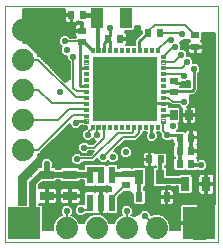
<source format=gbl>
G75*
%MOIN*%
%OFA0B0*%
%FSLAX25Y25*%
%IPPOS*%
%LPD*%
%AMOC8*
5,1,8,0,0,1.08239X$1,22.5*
%
%ADD10C,0.00000*%
%ADD11C,0.00344*%
%ADD12R,0.21260X0.21260*%
%ADD13R,0.02362X0.02756*%
%ADD14R,0.03937X0.06693*%
%ADD15R,0.02756X0.02362*%
%ADD16C,0.07400*%
%ADD17R,0.02756X0.03543*%
%ADD18R,0.10630X0.10630*%
%ADD19R,0.04724X0.03150*%
%ADD20R,0.03150X0.04724*%
%ADD21R,0.02323X0.05709*%
%ADD22R,0.02480X0.03268*%
%ADD23C,0.00600*%
%ADD24OC8,0.02205*%
%ADD25C,0.01000*%
%ADD26C,0.01969*%
%ADD27C,0.01200*%
%ADD28C,0.00800*%
%ADD29C,0.01600*%
%ADD30C,0.02362*%
D10*
X0029368Y0014150D02*
X0029368Y0092890D01*
X0100234Y0092890D01*
X0100234Y0014150D01*
X0029368Y0014150D01*
X0031375Y0016748D02*
X0031377Y0016796D01*
X0031383Y0016844D01*
X0031393Y0016891D01*
X0031406Y0016937D01*
X0031424Y0016982D01*
X0031444Y0017026D01*
X0031469Y0017068D01*
X0031497Y0017107D01*
X0031527Y0017144D01*
X0031561Y0017178D01*
X0031598Y0017210D01*
X0031636Y0017239D01*
X0031677Y0017264D01*
X0031720Y0017286D01*
X0031765Y0017304D01*
X0031811Y0017318D01*
X0031858Y0017329D01*
X0031906Y0017336D01*
X0031954Y0017339D01*
X0032002Y0017338D01*
X0032050Y0017333D01*
X0032098Y0017324D01*
X0032144Y0017312D01*
X0032189Y0017295D01*
X0032233Y0017275D01*
X0032275Y0017252D01*
X0032315Y0017225D01*
X0032353Y0017195D01*
X0032388Y0017162D01*
X0032420Y0017126D01*
X0032450Y0017088D01*
X0032476Y0017047D01*
X0032498Y0017004D01*
X0032518Y0016960D01*
X0032533Y0016915D01*
X0032545Y0016868D01*
X0032553Y0016820D01*
X0032557Y0016772D01*
X0032557Y0016724D01*
X0032553Y0016676D01*
X0032545Y0016628D01*
X0032533Y0016581D01*
X0032518Y0016536D01*
X0032498Y0016492D01*
X0032476Y0016449D01*
X0032450Y0016408D01*
X0032420Y0016370D01*
X0032388Y0016334D01*
X0032353Y0016301D01*
X0032315Y0016271D01*
X0032275Y0016244D01*
X0032233Y0016221D01*
X0032189Y0016201D01*
X0032144Y0016184D01*
X0032098Y0016172D01*
X0032050Y0016163D01*
X0032002Y0016158D01*
X0031954Y0016157D01*
X0031906Y0016160D01*
X0031858Y0016167D01*
X0031811Y0016178D01*
X0031765Y0016192D01*
X0031720Y0016210D01*
X0031677Y0016232D01*
X0031636Y0016257D01*
X0031598Y0016286D01*
X0031561Y0016318D01*
X0031527Y0016352D01*
X0031497Y0016389D01*
X0031469Y0016428D01*
X0031444Y0016470D01*
X0031424Y0016514D01*
X0031406Y0016559D01*
X0031393Y0016605D01*
X0031383Y0016652D01*
X0031377Y0016700D01*
X0031375Y0016748D01*
X0031375Y0024150D02*
X0031377Y0024198D01*
X0031383Y0024246D01*
X0031393Y0024293D01*
X0031406Y0024339D01*
X0031424Y0024384D01*
X0031444Y0024428D01*
X0031469Y0024470D01*
X0031497Y0024509D01*
X0031527Y0024546D01*
X0031561Y0024580D01*
X0031598Y0024612D01*
X0031636Y0024641D01*
X0031677Y0024666D01*
X0031720Y0024688D01*
X0031765Y0024706D01*
X0031811Y0024720D01*
X0031858Y0024731D01*
X0031906Y0024738D01*
X0031954Y0024741D01*
X0032002Y0024740D01*
X0032050Y0024735D01*
X0032098Y0024726D01*
X0032144Y0024714D01*
X0032189Y0024697D01*
X0032233Y0024677D01*
X0032275Y0024654D01*
X0032315Y0024627D01*
X0032353Y0024597D01*
X0032388Y0024564D01*
X0032420Y0024528D01*
X0032450Y0024490D01*
X0032476Y0024449D01*
X0032498Y0024406D01*
X0032518Y0024362D01*
X0032533Y0024317D01*
X0032545Y0024270D01*
X0032553Y0024222D01*
X0032557Y0024174D01*
X0032557Y0024126D01*
X0032553Y0024078D01*
X0032545Y0024030D01*
X0032533Y0023983D01*
X0032518Y0023938D01*
X0032498Y0023894D01*
X0032476Y0023851D01*
X0032450Y0023810D01*
X0032420Y0023772D01*
X0032388Y0023736D01*
X0032353Y0023703D01*
X0032315Y0023673D01*
X0032275Y0023646D01*
X0032233Y0023623D01*
X0032189Y0023603D01*
X0032144Y0023586D01*
X0032098Y0023574D01*
X0032050Y0023565D01*
X0032002Y0023560D01*
X0031954Y0023559D01*
X0031906Y0023562D01*
X0031858Y0023569D01*
X0031811Y0023580D01*
X0031765Y0023594D01*
X0031720Y0023612D01*
X0031677Y0023634D01*
X0031636Y0023659D01*
X0031598Y0023688D01*
X0031561Y0023720D01*
X0031527Y0023754D01*
X0031497Y0023791D01*
X0031469Y0023830D01*
X0031444Y0023872D01*
X0031424Y0023916D01*
X0031406Y0023961D01*
X0031393Y0024007D01*
X0031383Y0024054D01*
X0031377Y0024102D01*
X0031375Y0024150D01*
X0038777Y0024150D02*
X0038779Y0024198D01*
X0038785Y0024246D01*
X0038795Y0024293D01*
X0038808Y0024339D01*
X0038826Y0024384D01*
X0038846Y0024428D01*
X0038871Y0024470D01*
X0038899Y0024509D01*
X0038929Y0024546D01*
X0038963Y0024580D01*
X0039000Y0024612D01*
X0039038Y0024641D01*
X0039079Y0024666D01*
X0039122Y0024688D01*
X0039167Y0024706D01*
X0039213Y0024720D01*
X0039260Y0024731D01*
X0039308Y0024738D01*
X0039356Y0024741D01*
X0039404Y0024740D01*
X0039452Y0024735D01*
X0039500Y0024726D01*
X0039546Y0024714D01*
X0039591Y0024697D01*
X0039635Y0024677D01*
X0039677Y0024654D01*
X0039717Y0024627D01*
X0039755Y0024597D01*
X0039790Y0024564D01*
X0039822Y0024528D01*
X0039852Y0024490D01*
X0039878Y0024449D01*
X0039900Y0024406D01*
X0039920Y0024362D01*
X0039935Y0024317D01*
X0039947Y0024270D01*
X0039955Y0024222D01*
X0039959Y0024174D01*
X0039959Y0024126D01*
X0039955Y0024078D01*
X0039947Y0024030D01*
X0039935Y0023983D01*
X0039920Y0023938D01*
X0039900Y0023894D01*
X0039878Y0023851D01*
X0039852Y0023810D01*
X0039822Y0023772D01*
X0039790Y0023736D01*
X0039755Y0023703D01*
X0039717Y0023673D01*
X0039677Y0023646D01*
X0039635Y0023623D01*
X0039591Y0023603D01*
X0039546Y0023586D01*
X0039500Y0023574D01*
X0039452Y0023565D01*
X0039404Y0023560D01*
X0039356Y0023559D01*
X0039308Y0023562D01*
X0039260Y0023569D01*
X0039213Y0023580D01*
X0039167Y0023594D01*
X0039122Y0023612D01*
X0039079Y0023634D01*
X0039038Y0023659D01*
X0039000Y0023688D01*
X0038963Y0023720D01*
X0038929Y0023754D01*
X0038899Y0023791D01*
X0038871Y0023830D01*
X0038846Y0023872D01*
X0038826Y0023916D01*
X0038808Y0023961D01*
X0038795Y0024007D01*
X0038785Y0024054D01*
X0038779Y0024102D01*
X0038777Y0024150D01*
X0038777Y0016748D02*
X0038779Y0016796D01*
X0038785Y0016844D01*
X0038795Y0016891D01*
X0038808Y0016937D01*
X0038826Y0016982D01*
X0038846Y0017026D01*
X0038871Y0017068D01*
X0038899Y0017107D01*
X0038929Y0017144D01*
X0038963Y0017178D01*
X0039000Y0017210D01*
X0039038Y0017239D01*
X0039079Y0017264D01*
X0039122Y0017286D01*
X0039167Y0017304D01*
X0039213Y0017318D01*
X0039260Y0017329D01*
X0039308Y0017336D01*
X0039356Y0017339D01*
X0039404Y0017338D01*
X0039452Y0017333D01*
X0039500Y0017324D01*
X0039546Y0017312D01*
X0039591Y0017295D01*
X0039635Y0017275D01*
X0039677Y0017252D01*
X0039717Y0017225D01*
X0039755Y0017195D01*
X0039790Y0017162D01*
X0039822Y0017126D01*
X0039852Y0017088D01*
X0039878Y0017047D01*
X0039900Y0017004D01*
X0039920Y0016960D01*
X0039935Y0016915D01*
X0039947Y0016868D01*
X0039955Y0016820D01*
X0039959Y0016772D01*
X0039959Y0016724D01*
X0039955Y0016676D01*
X0039947Y0016628D01*
X0039935Y0016581D01*
X0039920Y0016536D01*
X0039900Y0016492D01*
X0039878Y0016449D01*
X0039852Y0016408D01*
X0039822Y0016370D01*
X0039790Y0016334D01*
X0039755Y0016301D01*
X0039717Y0016271D01*
X0039677Y0016244D01*
X0039635Y0016221D01*
X0039591Y0016201D01*
X0039546Y0016184D01*
X0039500Y0016172D01*
X0039452Y0016163D01*
X0039404Y0016158D01*
X0039356Y0016157D01*
X0039308Y0016160D01*
X0039260Y0016167D01*
X0039213Y0016178D01*
X0039167Y0016192D01*
X0039122Y0016210D01*
X0039079Y0016232D01*
X0039038Y0016257D01*
X0039000Y0016286D01*
X0038963Y0016318D01*
X0038929Y0016352D01*
X0038899Y0016389D01*
X0038871Y0016428D01*
X0038846Y0016470D01*
X0038826Y0016514D01*
X0038808Y0016559D01*
X0038795Y0016605D01*
X0038785Y0016652D01*
X0038779Y0016700D01*
X0038777Y0016748D01*
X0089643Y0016748D02*
X0089645Y0016796D01*
X0089651Y0016844D01*
X0089661Y0016891D01*
X0089674Y0016937D01*
X0089692Y0016982D01*
X0089712Y0017026D01*
X0089737Y0017068D01*
X0089765Y0017107D01*
X0089795Y0017144D01*
X0089829Y0017178D01*
X0089866Y0017210D01*
X0089904Y0017239D01*
X0089945Y0017264D01*
X0089988Y0017286D01*
X0090033Y0017304D01*
X0090079Y0017318D01*
X0090126Y0017329D01*
X0090174Y0017336D01*
X0090222Y0017339D01*
X0090270Y0017338D01*
X0090318Y0017333D01*
X0090366Y0017324D01*
X0090412Y0017312D01*
X0090457Y0017295D01*
X0090501Y0017275D01*
X0090543Y0017252D01*
X0090583Y0017225D01*
X0090621Y0017195D01*
X0090656Y0017162D01*
X0090688Y0017126D01*
X0090718Y0017088D01*
X0090744Y0017047D01*
X0090766Y0017004D01*
X0090786Y0016960D01*
X0090801Y0016915D01*
X0090813Y0016868D01*
X0090821Y0016820D01*
X0090825Y0016772D01*
X0090825Y0016724D01*
X0090821Y0016676D01*
X0090813Y0016628D01*
X0090801Y0016581D01*
X0090786Y0016536D01*
X0090766Y0016492D01*
X0090744Y0016449D01*
X0090718Y0016408D01*
X0090688Y0016370D01*
X0090656Y0016334D01*
X0090621Y0016301D01*
X0090583Y0016271D01*
X0090543Y0016244D01*
X0090501Y0016221D01*
X0090457Y0016201D01*
X0090412Y0016184D01*
X0090366Y0016172D01*
X0090318Y0016163D01*
X0090270Y0016158D01*
X0090222Y0016157D01*
X0090174Y0016160D01*
X0090126Y0016167D01*
X0090079Y0016178D01*
X0090033Y0016192D01*
X0089988Y0016210D01*
X0089945Y0016232D01*
X0089904Y0016257D01*
X0089866Y0016286D01*
X0089829Y0016318D01*
X0089795Y0016352D01*
X0089765Y0016389D01*
X0089737Y0016428D01*
X0089712Y0016470D01*
X0089692Y0016514D01*
X0089674Y0016559D01*
X0089661Y0016605D01*
X0089651Y0016652D01*
X0089645Y0016700D01*
X0089643Y0016748D01*
X0089643Y0024150D02*
X0089645Y0024198D01*
X0089651Y0024246D01*
X0089661Y0024293D01*
X0089674Y0024339D01*
X0089692Y0024384D01*
X0089712Y0024428D01*
X0089737Y0024470D01*
X0089765Y0024509D01*
X0089795Y0024546D01*
X0089829Y0024580D01*
X0089866Y0024612D01*
X0089904Y0024641D01*
X0089945Y0024666D01*
X0089988Y0024688D01*
X0090033Y0024706D01*
X0090079Y0024720D01*
X0090126Y0024731D01*
X0090174Y0024738D01*
X0090222Y0024741D01*
X0090270Y0024740D01*
X0090318Y0024735D01*
X0090366Y0024726D01*
X0090412Y0024714D01*
X0090457Y0024697D01*
X0090501Y0024677D01*
X0090543Y0024654D01*
X0090583Y0024627D01*
X0090621Y0024597D01*
X0090656Y0024564D01*
X0090688Y0024528D01*
X0090718Y0024490D01*
X0090744Y0024449D01*
X0090766Y0024406D01*
X0090786Y0024362D01*
X0090801Y0024317D01*
X0090813Y0024270D01*
X0090821Y0024222D01*
X0090825Y0024174D01*
X0090825Y0024126D01*
X0090821Y0024078D01*
X0090813Y0024030D01*
X0090801Y0023983D01*
X0090786Y0023938D01*
X0090766Y0023894D01*
X0090744Y0023851D01*
X0090718Y0023810D01*
X0090688Y0023772D01*
X0090656Y0023736D01*
X0090621Y0023703D01*
X0090583Y0023673D01*
X0090543Y0023646D01*
X0090501Y0023623D01*
X0090457Y0023603D01*
X0090412Y0023586D01*
X0090366Y0023574D01*
X0090318Y0023565D01*
X0090270Y0023560D01*
X0090222Y0023559D01*
X0090174Y0023562D01*
X0090126Y0023569D01*
X0090079Y0023580D01*
X0090033Y0023594D01*
X0089988Y0023612D01*
X0089945Y0023634D01*
X0089904Y0023659D01*
X0089866Y0023688D01*
X0089829Y0023720D01*
X0089795Y0023754D01*
X0089765Y0023791D01*
X0089737Y0023830D01*
X0089712Y0023872D01*
X0089692Y0023916D01*
X0089674Y0023961D01*
X0089661Y0024007D01*
X0089651Y0024054D01*
X0089645Y0024102D01*
X0089643Y0024150D01*
X0097044Y0024150D02*
X0097046Y0024198D01*
X0097052Y0024246D01*
X0097062Y0024293D01*
X0097075Y0024339D01*
X0097093Y0024384D01*
X0097113Y0024428D01*
X0097138Y0024470D01*
X0097166Y0024509D01*
X0097196Y0024546D01*
X0097230Y0024580D01*
X0097267Y0024612D01*
X0097305Y0024641D01*
X0097346Y0024666D01*
X0097389Y0024688D01*
X0097434Y0024706D01*
X0097480Y0024720D01*
X0097527Y0024731D01*
X0097575Y0024738D01*
X0097623Y0024741D01*
X0097671Y0024740D01*
X0097719Y0024735D01*
X0097767Y0024726D01*
X0097813Y0024714D01*
X0097858Y0024697D01*
X0097902Y0024677D01*
X0097944Y0024654D01*
X0097984Y0024627D01*
X0098022Y0024597D01*
X0098057Y0024564D01*
X0098089Y0024528D01*
X0098119Y0024490D01*
X0098145Y0024449D01*
X0098167Y0024406D01*
X0098187Y0024362D01*
X0098202Y0024317D01*
X0098214Y0024270D01*
X0098222Y0024222D01*
X0098226Y0024174D01*
X0098226Y0024126D01*
X0098222Y0024078D01*
X0098214Y0024030D01*
X0098202Y0023983D01*
X0098187Y0023938D01*
X0098167Y0023894D01*
X0098145Y0023851D01*
X0098119Y0023810D01*
X0098089Y0023772D01*
X0098057Y0023736D01*
X0098022Y0023703D01*
X0097984Y0023673D01*
X0097944Y0023646D01*
X0097902Y0023623D01*
X0097858Y0023603D01*
X0097813Y0023586D01*
X0097767Y0023574D01*
X0097719Y0023565D01*
X0097671Y0023560D01*
X0097623Y0023559D01*
X0097575Y0023562D01*
X0097527Y0023569D01*
X0097480Y0023580D01*
X0097434Y0023594D01*
X0097389Y0023612D01*
X0097346Y0023634D01*
X0097305Y0023659D01*
X0097267Y0023688D01*
X0097230Y0023720D01*
X0097196Y0023754D01*
X0097166Y0023791D01*
X0097138Y0023830D01*
X0097113Y0023872D01*
X0097093Y0023916D01*
X0097075Y0023961D01*
X0097062Y0024007D01*
X0097052Y0024054D01*
X0097046Y0024102D01*
X0097044Y0024150D01*
X0097044Y0016748D02*
X0097046Y0016796D01*
X0097052Y0016844D01*
X0097062Y0016891D01*
X0097075Y0016937D01*
X0097093Y0016982D01*
X0097113Y0017026D01*
X0097138Y0017068D01*
X0097166Y0017107D01*
X0097196Y0017144D01*
X0097230Y0017178D01*
X0097267Y0017210D01*
X0097305Y0017239D01*
X0097346Y0017264D01*
X0097389Y0017286D01*
X0097434Y0017304D01*
X0097480Y0017318D01*
X0097527Y0017329D01*
X0097575Y0017336D01*
X0097623Y0017339D01*
X0097671Y0017338D01*
X0097719Y0017333D01*
X0097767Y0017324D01*
X0097813Y0017312D01*
X0097858Y0017295D01*
X0097902Y0017275D01*
X0097944Y0017252D01*
X0097984Y0017225D01*
X0098022Y0017195D01*
X0098057Y0017162D01*
X0098089Y0017126D01*
X0098119Y0017088D01*
X0098145Y0017047D01*
X0098167Y0017004D01*
X0098187Y0016960D01*
X0098202Y0016915D01*
X0098214Y0016868D01*
X0098222Y0016820D01*
X0098226Y0016772D01*
X0098226Y0016724D01*
X0098222Y0016676D01*
X0098214Y0016628D01*
X0098202Y0016581D01*
X0098187Y0016536D01*
X0098167Y0016492D01*
X0098145Y0016449D01*
X0098119Y0016408D01*
X0098089Y0016370D01*
X0098057Y0016334D01*
X0098022Y0016301D01*
X0097984Y0016271D01*
X0097944Y0016244D01*
X0097902Y0016221D01*
X0097858Y0016201D01*
X0097813Y0016184D01*
X0097767Y0016172D01*
X0097719Y0016163D01*
X0097671Y0016158D01*
X0097623Y0016157D01*
X0097575Y0016160D01*
X0097527Y0016167D01*
X0097480Y0016178D01*
X0097434Y0016192D01*
X0097389Y0016210D01*
X0097346Y0016232D01*
X0097305Y0016257D01*
X0097267Y0016286D01*
X0097230Y0016318D01*
X0097196Y0016352D01*
X0097166Y0016389D01*
X0097138Y0016428D01*
X0097113Y0016470D01*
X0097093Y0016514D01*
X0097075Y0016559D01*
X0097062Y0016605D01*
X0097052Y0016652D01*
X0097046Y0016700D01*
X0097044Y0016748D01*
D11*
X0079441Y0051762D02*
X0079441Y0053190D01*
X0080475Y0053190D01*
X0080475Y0051762D01*
X0079441Y0051762D01*
X0079441Y0052105D02*
X0080475Y0052105D01*
X0080475Y0052448D02*
X0079441Y0052448D01*
X0079441Y0052791D02*
X0080475Y0052791D01*
X0080475Y0053134D02*
X0079441Y0053134D01*
X0077473Y0053190D02*
X0077473Y0051762D01*
X0077473Y0053190D02*
X0078507Y0053190D01*
X0078507Y0051762D01*
X0077473Y0051762D01*
X0077473Y0052105D02*
X0078507Y0052105D01*
X0078507Y0052448D02*
X0077473Y0052448D01*
X0077473Y0052791D02*
X0078507Y0052791D01*
X0078507Y0053134D02*
X0077473Y0053134D01*
X0075504Y0053190D02*
X0075504Y0051762D01*
X0075504Y0053190D02*
X0076538Y0053190D01*
X0076538Y0051762D01*
X0075504Y0051762D01*
X0075504Y0052105D02*
X0076538Y0052105D01*
X0076538Y0052448D02*
X0075504Y0052448D01*
X0075504Y0052791D02*
X0076538Y0052791D01*
X0076538Y0053134D02*
X0075504Y0053134D01*
X0073536Y0053190D02*
X0073536Y0051762D01*
X0073536Y0053190D02*
X0074570Y0053190D01*
X0074570Y0051762D01*
X0073536Y0051762D01*
X0073536Y0052105D02*
X0074570Y0052105D01*
X0074570Y0052448D02*
X0073536Y0052448D01*
X0073536Y0052791D02*
X0074570Y0052791D01*
X0074570Y0053134D02*
X0073536Y0053134D01*
X0071567Y0053190D02*
X0071567Y0051762D01*
X0071567Y0053190D02*
X0072601Y0053190D01*
X0072601Y0051762D01*
X0071567Y0051762D01*
X0071567Y0052105D02*
X0072601Y0052105D01*
X0072601Y0052448D02*
X0071567Y0052448D01*
X0071567Y0052791D02*
X0072601Y0052791D01*
X0072601Y0053134D02*
X0071567Y0053134D01*
X0069599Y0053190D02*
X0069599Y0051762D01*
X0069599Y0053190D02*
X0070633Y0053190D01*
X0070633Y0051762D01*
X0069599Y0051762D01*
X0069599Y0052105D02*
X0070633Y0052105D01*
X0070633Y0052448D02*
X0069599Y0052448D01*
X0069599Y0052791D02*
X0070633Y0052791D01*
X0070633Y0053134D02*
X0069599Y0053134D01*
X0067630Y0053190D02*
X0067630Y0051762D01*
X0067630Y0053190D02*
X0068664Y0053190D01*
X0068664Y0051762D01*
X0067630Y0051762D01*
X0067630Y0052105D02*
X0068664Y0052105D01*
X0068664Y0052448D02*
X0067630Y0052448D01*
X0067630Y0052791D02*
X0068664Y0052791D01*
X0068664Y0053134D02*
X0067630Y0053134D01*
X0065662Y0053190D02*
X0065662Y0051762D01*
X0065662Y0053190D02*
X0066696Y0053190D01*
X0066696Y0051762D01*
X0065662Y0051762D01*
X0065662Y0052105D02*
X0066696Y0052105D01*
X0066696Y0052448D02*
X0065662Y0052448D01*
X0065662Y0052791D02*
X0066696Y0052791D01*
X0066696Y0053134D02*
X0065662Y0053134D01*
X0063693Y0053190D02*
X0063693Y0051762D01*
X0063693Y0053190D02*
X0064727Y0053190D01*
X0064727Y0051762D01*
X0063693Y0051762D01*
X0063693Y0052105D02*
X0064727Y0052105D01*
X0064727Y0052448D02*
X0063693Y0052448D01*
X0063693Y0052791D02*
X0064727Y0052791D01*
X0064727Y0053134D02*
X0063693Y0053134D01*
X0061725Y0053190D02*
X0061725Y0051762D01*
X0061725Y0053190D02*
X0062759Y0053190D01*
X0062759Y0051762D01*
X0061725Y0051762D01*
X0061725Y0052105D02*
X0062759Y0052105D01*
X0062759Y0052448D02*
X0061725Y0052448D01*
X0061725Y0052791D02*
X0062759Y0052791D01*
X0062759Y0053134D02*
X0061725Y0053134D01*
X0059756Y0053190D02*
X0059756Y0051762D01*
X0059756Y0053190D02*
X0060790Y0053190D01*
X0060790Y0051762D01*
X0059756Y0051762D01*
X0059756Y0052105D02*
X0060790Y0052105D01*
X0060790Y0052448D02*
X0059756Y0052448D01*
X0059756Y0052791D02*
X0060790Y0052791D01*
X0060790Y0053134D02*
X0059756Y0053134D01*
X0057788Y0053190D02*
X0057788Y0051762D01*
X0057788Y0053190D02*
X0058822Y0053190D01*
X0058822Y0051762D01*
X0057788Y0051762D01*
X0057788Y0052105D02*
X0058822Y0052105D01*
X0058822Y0052448D02*
X0057788Y0052448D01*
X0057788Y0052791D02*
X0058822Y0052791D01*
X0058822Y0053134D02*
X0057788Y0053134D01*
X0056991Y0055021D02*
X0055563Y0055021D01*
X0056991Y0055021D02*
X0056991Y0053987D01*
X0055563Y0053987D01*
X0055563Y0055021D01*
X0055563Y0054330D02*
X0056991Y0054330D01*
X0056991Y0054673D02*
X0055563Y0054673D01*
X0055563Y0055016D02*
X0056991Y0055016D01*
X0056991Y0056989D02*
X0055563Y0056989D01*
X0056991Y0056989D02*
X0056991Y0055955D01*
X0055563Y0055955D01*
X0055563Y0056989D01*
X0055563Y0056298D02*
X0056991Y0056298D01*
X0056991Y0056641D02*
X0055563Y0056641D01*
X0055563Y0056984D02*
X0056991Y0056984D01*
X0056991Y0058958D02*
X0055563Y0058958D01*
X0056991Y0058958D02*
X0056991Y0057924D01*
X0055563Y0057924D01*
X0055563Y0058958D01*
X0055563Y0058267D02*
X0056991Y0058267D01*
X0056991Y0058610D02*
X0055563Y0058610D01*
X0055563Y0058953D02*
X0056991Y0058953D01*
X0056991Y0060926D02*
X0055563Y0060926D01*
X0056991Y0060926D02*
X0056991Y0059892D01*
X0055563Y0059892D01*
X0055563Y0060926D01*
X0055563Y0060235D02*
X0056991Y0060235D01*
X0056991Y0060578D02*
X0055563Y0060578D01*
X0055563Y0060921D02*
X0056991Y0060921D01*
X0056991Y0062895D02*
X0055563Y0062895D01*
X0056991Y0062895D02*
X0056991Y0061861D01*
X0055563Y0061861D01*
X0055563Y0062895D01*
X0055563Y0062204D02*
X0056991Y0062204D01*
X0056991Y0062547D02*
X0055563Y0062547D01*
X0055563Y0062890D02*
X0056991Y0062890D01*
X0056991Y0064863D02*
X0055563Y0064863D01*
X0056991Y0064863D02*
X0056991Y0063829D01*
X0055563Y0063829D01*
X0055563Y0064863D01*
X0055563Y0064172D02*
X0056991Y0064172D01*
X0056991Y0064515D02*
X0055563Y0064515D01*
X0055563Y0064858D02*
X0056991Y0064858D01*
X0056991Y0066832D02*
X0055563Y0066832D01*
X0056991Y0066832D02*
X0056991Y0065798D01*
X0055563Y0065798D01*
X0055563Y0066832D01*
X0055563Y0066141D02*
X0056991Y0066141D01*
X0056991Y0066484D02*
X0055563Y0066484D01*
X0055563Y0066827D02*
X0056991Y0066827D01*
X0056991Y0068800D02*
X0055563Y0068800D01*
X0056991Y0068800D02*
X0056991Y0067766D01*
X0055563Y0067766D01*
X0055563Y0068800D01*
X0055563Y0068109D02*
X0056991Y0068109D01*
X0056991Y0068452D02*
X0055563Y0068452D01*
X0055563Y0068795D02*
X0056991Y0068795D01*
X0056991Y0070769D02*
X0055563Y0070769D01*
X0056991Y0070769D02*
X0056991Y0069735D01*
X0055563Y0069735D01*
X0055563Y0070769D01*
X0055563Y0070078D02*
X0056991Y0070078D01*
X0056991Y0070421D02*
X0055563Y0070421D01*
X0055563Y0070764D02*
X0056991Y0070764D01*
X0056991Y0072737D02*
X0055563Y0072737D01*
X0056991Y0072737D02*
X0056991Y0071703D01*
X0055563Y0071703D01*
X0055563Y0072737D01*
X0055563Y0072046D02*
X0056991Y0072046D01*
X0056991Y0072389D02*
X0055563Y0072389D01*
X0055563Y0072732D02*
X0056991Y0072732D01*
X0056991Y0074706D02*
X0055563Y0074706D01*
X0056991Y0074706D02*
X0056991Y0073672D01*
X0055563Y0073672D01*
X0055563Y0074706D01*
X0055563Y0074015D02*
X0056991Y0074015D01*
X0056991Y0074358D02*
X0055563Y0074358D01*
X0055563Y0074701D02*
X0056991Y0074701D01*
X0056991Y0076674D02*
X0055563Y0076674D01*
X0056991Y0076674D02*
X0056991Y0075640D01*
X0055563Y0075640D01*
X0055563Y0076674D01*
X0055563Y0075983D02*
X0056991Y0075983D01*
X0056991Y0076326D02*
X0055563Y0076326D01*
X0055563Y0076669D02*
X0056991Y0076669D01*
X0058822Y0077471D02*
X0058822Y0078899D01*
X0058822Y0077471D02*
X0057788Y0077471D01*
X0057788Y0078899D01*
X0058822Y0078899D01*
X0058822Y0077814D02*
X0057788Y0077814D01*
X0057788Y0078157D02*
X0058822Y0078157D01*
X0058822Y0078500D02*
X0057788Y0078500D01*
X0057788Y0078843D02*
X0058822Y0078843D01*
X0060790Y0078899D02*
X0060790Y0077471D01*
X0059756Y0077471D01*
X0059756Y0078899D01*
X0060790Y0078899D01*
X0060790Y0077814D02*
X0059756Y0077814D01*
X0059756Y0078157D02*
X0060790Y0078157D01*
X0060790Y0078500D02*
X0059756Y0078500D01*
X0059756Y0078843D02*
X0060790Y0078843D01*
X0062759Y0078899D02*
X0062759Y0077471D01*
X0061725Y0077471D01*
X0061725Y0078899D01*
X0062759Y0078899D01*
X0062759Y0077814D02*
X0061725Y0077814D01*
X0061725Y0078157D02*
X0062759Y0078157D01*
X0062759Y0078500D02*
X0061725Y0078500D01*
X0061725Y0078843D02*
X0062759Y0078843D01*
X0064727Y0078899D02*
X0064727Y0077471D01*
X0063693Y0077471D01*
X0063693Y0078899D01*
X0064727Y0078899D01*
X0064727Y0077814D02*
X0063693Y0077814D01*
X0063693Y0078157D02*
X0064727Y0078157D01*
X0064727Y0078500D02*
X0063693Y0078500D01*
X0063693Y0078843D02*
X0064727Y0078843D01*
X0066696Y0078899D02*
X0066696Y0077471D01*
X0065662Y0077471D01*
X0065662Y0078899D01*
X0066696Y0078899D01*
X0066696Y0077814D02*
X0065662Y0077814D01*
X0065662Y0078157D02*
X0066696Y0078157D01*
X0066696Y0078500D02*
X0065662Y0078500D01*
X0065662Y0078843D02*
X0066696Y0078843D01*
X0068664Y0078899D02*
X0068664Y0077471D01*
X0067630Y0077471D01*
X0067630Y0078899D01*
X0068664Y0078899D01*
X0068664Y0077814D02*
X0067630Y0077814D01*
X0067630Y0078157D02*
X0068664Y0078157D01*
X0068664Y0078500D02*
X0067630Y0078500D01*
X0067630Y0078843D02*
X0068664Y0078843D01*
X0070633Y0078899D02*
X0070633Y0077471D01*
X0069599Y0077471D01*
X0069599Y0078899D01*
X0070633Y0078899D01*
X0070633Y0077814D02*
X0069599Y0077814D01*
X0069599Y0078157D02*
X0070633Y0078157D01*
X0070633Y0078500D02*
X0069599Y0078500D01*
X0069599Y0078843D02*
X0070633Y0078843D01*
X0072601Y0078899D02*
X0072601Y0077471D01*
X0071567Y0077471D01*
X0071567Y0078899D01*
X0072601Y0078899D01*
X0072601Y0077814D02*
X0071567Y0077814D01*
X0071567Y0078157D02*
X0072601Y0078157D01*
X0072601Y0078500D02*
X0071567Y0078500D01*
X0071567Y0078843D02*
X0072601Y0078843D01*
X0074570Y0078899D02*
X0074570Y0077471D01*
X0073536Y0077471D01*
X0073536Y0078899D01*
X0074570Y0078899D01*
X0074570Y0077814D02*
X0073536Y0077814D01*
X0073536Y0078157D02*
X0074570Y0078157D01*
X0074570Y0078500D02*
X0073536Y0078500D01*
X0073536Y0078843D02*
X0074570Y0078843D01*
X0076538Y0078899D02*
X0076538Y0077471D01*
X0075504Y0077471D01*
X0075504Y0078899D01*
X0076538Y0078899D01*
X0076538Y0077814D02*
X0075504Y0077814D01*
X0075504Y0078157D02*
X0076538Y0078157D01*
X0076538Y0078500D02*
X0075504Y0078500D01*
X0075504Y0078843D02*
X0076538Y0078843D01*
X0078507Y0078899D02*
X0078507Y0077471D01*
X0077473Y0077471D01*
X0077473Y0078899D01*
X0078507Y0078899D01*
X0078507Y0077814D02*
X0077473Y0077814D01*
X0077473Y0078157D02*
X0078507Y0078157D01*
X0078507Y0078500D02*
X0077473Y0078500D01*
X0077473Y0078843D02*
X0078507Y0078843D01*
X0080475Y0078899D02*
X0080475Y0077471D01*
X0079441Y0077471D01*
X0079441Y0078899D01*
X0080475Y0078899D01*
X0080475Y0077814D02*
X0079441Y0077814D01*
X0079441Y0078157D02*
X0080475Y0078157D01*
X0080475Y0078500D02*
X0079441Y0078500D01*
X0079441Y0078843D02*
X0080475Y0078843D01*
X0081272Y0075640D02*
X0082700Y0075640D01*
X0081272Y0075640D02*
X0081272Y0076674D01*
X0082700Y0076674D01*
X0082700Y0075640D01*
X0082700Y0075983D02*
X0081272Y0075983D01*
X0081272Y0076326D02*
X0082700Y0076326D01*
X0082700Y0076669D02*
X0081272Y0076669D01*
X0081272Y0073672D02*
X0082700Y0073672D01*
X0081272Y0073672D02*
X0081272Y0074706D01*
X0082700Y0074706D01*
X0082700Y0073672D01*
X0082700Y0074015D02*
X0081272Y0074015D01*
X0081272Y0074358D02*
X0082700Y0074358D01*
X0082700Y0074701D02*
X0081272Y0074701D01*
X0081272Y0071703D02*
X0082700Y0071703D01*
X0081272Y0071703D02*
X0081272Y0072737D01*
X0082700Y0072737D01*
X0082700Y0071703D01*
X0082700Y0072046D02*
X0081272Y0072046D01*
X0081272Y0072389D02*
X0082700Y0072389D01*
X0082700Y0072732D02*
X0081272Y0072732D01*
X0081272Y0069735D02*
X0082700Y0069735D01*
X0081272Y0069735D02*
X0081272Y0070769D01*
X0082700Y0070769D01*
X0082700Y0069735D01*
X0082700Y0070078D02*
X0081272Y0070078D01*
X0081272Y0070421D02*
X0082700Y0070421D01*
X0082700Y0070764D02*
X0081272Y0070764D01*
X0081272Y0067766D02*
X0082700Y0067766D01*
X0081272Y0067766D02*
X0081272Y0068800D01*
X0082700Y0068800D01*
X0082700Y0067766D01*
X0082700Y0068109D02*
X0081272Y0068109D01*
X0081272Y0068452D02*
X0082700Y0068452D01*
X0082700Y0068795D02*
X0081272Y0068795D01*
X0081272Y0065798D02*
X0082700Y0065798D01*
X0081272Y0065798D02*
X0081272Y0066832D01*
X0082700Y0066832D01*
X0082700Y0065798D01*
X0082700Y0066141D02*
X0081272Y0066141D01*
X0081272Y0066484D02*
X0082700Y0066484D01*
X0082700Y0066827D02*
X0081272Y0066827D01*
X0081272Y0063829D02*
X0082700Y0063829D01*
X0081272Y0063829D02*
X0081272Y0064863D01*
X0082700Y0064863D01*
X0082700Y0063829D01*
X0082700Y0064172D02*
X0081272Y0064172D01*
X0081272Y0064515D02*
X0082700Y0064515D01*
X0082700Y0064858D02*
X0081272Y0064858D01*
X0081272Y0061861D02*
X0082700Y0061861D01*
X0081272Y0061861D02*
X0081272Y0062895D01*
X0082700Y0062895D01*
X0082700Y0061861D01*
X0082700Y0062204D02*
X0081272Y0062204D01*
X0081272Y0062547D02*
X0082700Y0062547D01*
X0082700Y0062890D02*
X0081272Y0062890D01*
X0081272Y0059892D02*
X0082700Y0059892D01*
X0081272Y0059892D02*
X0081272Y0060926D01*
X0082700Y0060926D01*
X0082700Y0059892D01*
X0082700Y0060235D02*
X0081272Y0060235D01*
X0081272Y0060578D02*
X0082700Y0060578D01*
X0082700Y0060921D02*
X0081272Y0060921D01*
X0081272Y0057924D02*
X0082700Y0057924D01*
X0081272Y0057924D02*
X0081272Y0058958D01*
X0082700Y0058958D01*
X0082700Y0057924D01*
X0082700Y0058267D02*
X0081272Y0058267D01*
X0081272Y0058610D02*
X0082700Y0058610D01*
X0082700Y0058953D02*
X0081272Y0058953D01*
X0081272Y0055955D02*
X0082700Y0055955D01*
X0081272Y0055955D02*
X0081272Y0056989D01*
X0082700Y0056989D01*
X0082700Y0055955D01*
X0082700Y0056298D02*
X0081272Y0056298D01*
X0081272Y0056641D02*
X0082700Y0056641D01*
X0082700Y0056984D02*
X0081272Y0056984D01*
X0081272Y0053987D02*
X0082700Y0053987D01*
X0081272Y0053987D02*
X0081272Y0055021D01*
X0082700Y0055021D01*
X0082700Y0053987D01*
X0082700Y0054330D02*
X0081272Y0054330D01*
X0081272Y0054673D02*
X0082700Y0054673D01*
X0082700Y0055016D02*
X0081272Y0055016D01*
D12*
X0069131Y0065331D03*
D13*
X0067557Y0081866D03*
X0063620Y0081866D03*
X0055352Y0089740D03*
X0051415Y0089740D03*
X0077006Y0083835D03*
X0080943Y0083835D03*
X0087439Y0048992D03*
X0091376Y0048992D03*
X0091376Y0044504D03*
X0087439Y0044504D03*
X0087439Y0040134D03*
X0091376Y0040134D03*
X0081336Y0041709D03*
X0077399Y0041709D03*
D14*
X0069722Y0088756D03*
X0059880Y0088756D03*
D15*
X0054958Y0084622D03*
X0054958Y0080685D03*
X0085588Y0068008D03*
X0085588Y0064071D03*
X0092754Y0079110D03*
X0092754Y0083047D03*
X0069525Y0036984D03*
X0069525Y0033047D03*
D16*
X0069801Y0018874D03*
X0079801Y0018874D03*
X0059801Y0018874D03*
X0049801Y0018874D03*
X0035273Y0044858D03*
X0035273Y0054858D03*
X0035273Y0064858D03*
X0035273Y0074858D03*
X0035273Y0084858D03*
D17*
X0085470Y0056472D03*
X0090588Y0056472D03*
D18*
X0093935Y0020449D03*
X0035667Y0020449D03*
D19*
X0043147Y0029504D03*
X0043147Y0036591D03*
X0051021Y0036591D03*
X0051021Y0029504D03*
D20*
X0073856Y0035803D03*
X0080943Y0035803D03*
X0089289Y0033441D03*
X0096376Y0033441D03*
D21*
X0064998Y0036413D03*
X0061257Y0036413D03*
X0057517Y0036413D03*
X0057517Y0027319D03*
X0061257Y0027319D03*
X0064998Y0027319D03*
D22*
X0074053Y0029110D03*
X0083108Y0029110D03*
D23*
X0083408Y0029112D02*
X0099146Y0029112D01*
X0099146Y0028514D02*
X0085448Y0028514D01*
X0085448Y0028810D02*
X0083408Y0028810D01*
X0083408Y0026376D01*
X0084493Y0026376D01*
X0084773Y0026451D01*
X0085023Y0026596D01*
X0085228Y0026801D01*
X0085373Y0027052D01*
X0085448Y0027332D01*
X0085448Y0028810D01*
X0085448Y0029410D02*
X0085448Y0030889D01*
X0085373Y0031169D01*
X0085228Y0031420D01*
X0085023Y0031624D01*
X0084773Y0031769D01*
X0084493Y0031844D01*
X0083408Y0031844D01*
X0083408Y0029410D01*
X0085448Y0029410D01*
X0085448Y0029711D02*
X0099146Y0029711D01*
X0099146Y0030309D02*
X0098737Y0030309D01*
X0098831Y0030403D02*
X0098975Y0030654D01*
X0099050Y0030934D01*
X0099050Y0033141D01*
X0096676Y0033141D01*
X0096676Y0033741D01*
X0099050Y0033741D01*
X0099050Y0035948D01*
X0098975Y0036228D01*
X0098831Y0036479D01*
X0098626Y0036683D01*
X0098375Y0036828D01*
X0098095Y0036903D01*
X0096676Y0036903D01*
X0096676Y0033741D01*
X0096076Y0033741D01*
X0096076Y0036903D01*
X0094656Y0036903D01*
X0094376Y0036828D01*
X0094125Y0036683D01*
X0093921Y0036479D01*
X0093776Y0036228D01*
X0093701Y0035948D01*
X0093701Y0033741D01*
X0096076Y0033741D01*
X0096076Y0033141D01*
X0096676Y0033141D01*
X0096676Y0029979D01*
X0098095Y0029979D01*
X0098375Y0030054D01*
X0098626Y0030199D01*
X0098831Y0030403D01*
X0099043Y0030908D02*
X0099146Y0030908D01*
X0099146Y0031506D02*
X0099050Y0031506D01*
X0099050Y0032105D02*
X0099146Y0032105D01*
X0099146Y0032703D02*
X0099050Y0032703D01*
X0099146Y0033302D02*
X0096676Y0033302D01*
X0096676Y0033900D02*
X0096076Y0033900D01*
X0096076Y0033302D02*
X0091764Y0033302D01*
X0091764Y0033900D02*
X0093701Y0033900D01*
X0093701Y0034499D02*
X0091764Y0034499D01*
X0091764Y0035098D02*
X0093701Y0035098D01*
X0093701Y0035696D02*
X0091764Y0035696D01*
X0091764Y0036176D02*
X0091237Y0036703D01*
X0087341Y0036703D01*
X0087145Y0036506D01*
X0086221Y0036506D01*
X0086103Y0036624D01*
X0084444Y0036624D01*
X0084326Y0036506D01*
X0083417Y0036506D01*
X0083417Y0038538D01*
X0082890Y0039065D01*
X0082443Y0039065D01*
X0082443Y0039431D01*
X0082890Y0039431D01*
X0083417Y0039958D01*
X0083417Y0043459D01*
X0082890Y0043987D01*
X0079782Y0043987D01*
X0079496Y0043700D01*
X0079461Y0043762D01*
X0079256Y0043967D01*
X0079005Y0044112D01*
X0078725Y0044187D01*
X0077690Y0044187D01*
X0077690Y0041999D01*
X0077109Y0041999D01*
X0077109Y0044187D01*
X0076073Y0044187D01*
X0075794Y0044112D01*
X0075543Y0043967D01*
X0075338Y0043762D01*
X0075193Y0043511D01*
X0075118Y0043231D01*
X0075118Y0041999D01*
X0077109Y0041999D01*
X0077109Y0041418D01*
X0077690Y0041418D01*
X0077690Y0039231D01*
X0078725Y0039231D01*
X0079005Y0039306D01*
X0079256Y0039450D01*
X0079443Y0039637D01*
X0079443Y0039065D01*
X0078995Y0039065D01*
X0078468Y0038538D01*
X0078468Y0033068D01*
X0078995Y0032541D01*
X0082890Y0032541D01*
X0083087Y0032738D01*
X0084326Y0032738D01*
X0084444Y0032620D01*
X0086103Y0032620D01*
X0086221Y0032738D01*
X0086814Y0032738D01*
X0086814Y0030706D01*
X0087341Y0030179D01*
X0091237Y0030179D01*
X0091764Y0030706D01*
X0091764Y0036176D01*
X0091645Y0036295D02*
X0093814Y0036295D01*
X0094618Y0036893D02*
X0083417Y0036893D01*
X0083417Y0037492D02*
X0099146Y0037492D01*
X0099146Y0038090D02*
X0095904Y0038090D01*
X0095551Y0037738D02*
X0093893Y0037738D01*
X0093390Y0038240D01*
X0093314Y0038240D01*
X0092929Y0037856D01*
X0089822Y0037856D01*
X0089407Y0038271D01*
X0088992Y0037856D01*
X0085885Y0037856D01*
X0085357Y0038383D01*
X0085357Y0041885D01*
X0085792Y0042319D01*
X0085357Y0042753D01*
X0085357Y0046255D01*
X0085739Y0046636D01*
X0085739Y0046860D01*
X0085357Y0047241D01*
X0085357Y0048340D01*
X0084736Y0048340D01*
X0084134Y0047738D01*
X0082475Y0047738D01*
X0081302Y0048911D01*
X0081302Y0050045D01*
X0080786Y0050562D01*
X0080786Y0050691D01*
X0079910Y0050691D01*
X0080189Y0050412D01*
X0080189Y0048753D01*
X0079016Y0047580D01*
X0077357Y0047580D01*
X0076184Y0048753D01*
X0076184Y0050412D01*
X0076463Y0050691D01*
X0075253Y0050691D01*
X0075253Y0050149D01*
X0073093Y0047989D01*
X0069156Y0047989D01*
X0065666Y0044498D01*
X0066024Y0044498D01*
X0067197Y0043325D01*
X0067197Y0041667D01*
X0066024Y0040494D01*
X0064365Y0040494D01*
X0063580Y0041278D01*
X0062835Y0040533D01*
X0061176Y0040533D01*
X0060003Y0041706D01*
X0060003Y0041986D01*
X0059623Y0041605D01*
X0058920Y0040902D01*
X0055386Y0040902D01*
X0055386Y0040879D01*
X0054213Y0039706D01*
X0052554Y0039706D01*
X0051381Y0040879D01*
X0051381Y0042538D01*
X0052554Y0043711D01*
X0054213Y0043711D01*
X0054622Y0043302D01*
X0057926Y0043302D01*
X0059069Y0044446D01*
X0057377Y0044446D01*
X0056575Y0043643D01*
X0054916Y0043643D01*
X0053743Y0044816D01*
X0053743Y0046475D01*
X0054916Y0047648D01*
X0056575Y0047648D01*
X0057377Y0046846D01*
X0058587Y0046846D01*
X0059715Y0047974D01*
X0059247Y0047974D01*
X0058502Y0048719D01*
X0057756Y0047974D01*
X0056097Y0047974D01*
X0054924Y0049147D01*
X0054924Y0050806D01*
X0056097Y0051979D01*
X0056602Y0051979D01*
X0056716Y0052092D01*
X0056716Y0052915D01*
X0055119Y0052915D01*
X0054930Y0053104D01*
X0054795Y0053104D01*
X0054795Y0053084D01*
X0053622Y0051911D01*
X0051964Y0051911D01*
X0050791Y0053084D01*
X0050791Y0053560D01*
X0041591Y0044361D01*
X0040888Y0043658D01*
X0040391Y0043658D01*
X0040391Y0042102D01*
X0034092Y0035803D01*
X0034092Y0026664D01*
X0036342Y0026664D01*
X0036342Y0034812D01*
X0038983Y0037453D01*
X0039885Y0038355D01*
X0039885Y0038538D01*
X0040412Y0039065D01*
X0041263Y0039065D01*
X0041263Y0039186D01*
X0041145Y0039304D01*
X0041145Y0040963D01*
X0042318Y0042136D01*
X0043977Y0042136D01*
X0045150Y0040963D01*
X0045150Y0039304D01*
X0045031Y0039186D01*
X0045031Y0039065D01*
X0045882Y0039065D01*
X0046409Y0038538D01*
X0046409Y0038475D01*
X0047759Y0038475D01*
X0047759Y0038538D01*
X0048286Y0039065D01*
X0053756Y0039065D01*
X0054283Y0038538D01*
X0054283Y0038475D01*
X0055456Y0038475D01*
X0055456Y0039641D01*
X0055983Y0040168D01*
X0056722Y0040168D01*
X0056813Y0040259D01*
X0061962Y0040259D01*
X0062053Y0040168D01*
X0062792Y0040168D01*
X0063128Y0039832D01*
X0063463Y0040168D01*
X0066532Y0040168D01*
X0067059Y0039641D01*
X0067059Y0038684D01*
X0067393Y0038684D01*
X0067774Y0039065D01*
X0071276Y0039065D01*
X0071473Y0038868D01*
X0071711Y0038868D01*
X0071908Y0039065D01*
X0075803Y0039065D01*
X0076331Y0038538D01*
X0076331Y0033068D01*
X0075803Y0032541D01*
X0075553Y0032541D01*
X0075553Y0031644D01*
X0075666Y0031644D01*
X0076193Y0031117D01*
X0076193Y0027104D01*
X0075666Y0026576D01*
X0072440Y0026576D01*
X0071913Y0027104D01*
X0071913Y0030257D01*
X0071751Y0030257D01*
X0071042Y0030966D01*
X0068889Y0030966D01*
X0067059Y0029136D01*
X0067059Y0024092D01*
X0066532Y0023565D01*
X0063463Y0023565D01*
X0063269Y0023759D01*
X0063094Y0023584D01*
X0062843Y0023440D01*
X0062564Y0023365D01*
X0061538Y0023365D01*
X0061538Y0027038D01*
X0060977Y0027038D01*
X0060977Y0023366D01*
X0062406Y0022774D01*
X0063700Y0021480D01*
X0064081Y0020561D01*
X0065521Y0020561D01*
X0065901Y0021480D01*
X0067195Y0022774D01*
X0068175Y0023180D01*
X0067798Y0023556D01*
X0067798Y0025215D01*
X0068971Y0026388D01*
X0070630Y0026388D01*
X0071803Y0025215D01*
X0071803Y0023556D01*
X0071426Y0023180D01*
X0072406Y0022774D01*
X0072456Y0022724D01*
X0073787Y0023389D01*
X0073822Y0023377D01*
X0073822Y0023640D01*
X0074995Y0024813D01*
X0076654Y0024813D01*
X0077827Y0023640D01*
X0077827Y0023035D01*
X0078886Y0023474D01*
X0080716Y0023474D01*
X0082406Y0022774D01*
X0083700Y0021480D01*
X0084401Y0019789D01*
X0084401Y0018087D01*
X0087520Y0018087D01*
X0087520Y0020149D01*
X0093635Y0020149D01*
X0093635Y0020749D01*
X0093635Y0026864D01*
X0088475Y0026864D01*
X0088195Y0026789D01*
X0087944Y0026644D01*
X0087739Y0026439D01*
X0087595Y0026188D01*
X0087520Y0025909D01*
X0087520Y0020749D01*
X0093635Y0020749D01*
X0094235Y0020749D01*
X0094235Y0026864D01*
X0099146Y0026864D01*
X0099146Y0083722D01*
X0095031Y0083722D01*
X0095031Y0081493D01*
X0094745Y0081207D01*
X0094807Y0081172D01*
X0095012Y0080967D01*
X0095157Y0080716D01*
X0095231Y0080436D01*
X0095231Y0079401D01*
X0093044Y0079401D01*
X0093044Y0078820D01*
X0095231Y0078820D01*
X0095231Y0077784D01*
X0095157Y0077505D01*
X0095012Y0077254D01*
X0094807Y0077049D01*
X0094556Y0076904D01*
X0094276Y0076829D01*
X0093044Y0076829D01*
X0093044Y0078820D01*
X0092463Y0078820D01*
X0090276Y0078820D01*
X0090276Y0077784D01*
X0090351Y0077505D01*
X0090495Y0077254D01*
X0090700Y0077049D01*
X0090951Y0076904D01*
X0091231Y0076829D01*
X0092463Y0076829D01*
X0092463Y0078820D01*
X0092463Y0079401D01*
X0090276Y0079401D01*
X0090276Y0080436D01*
X0090351Y0080716D01*
X0090495Y0080967D01*
X0090700Y0081172D01*
X0090762Y0081207D01*
X0090609Y0081360D01*
X0089625Y0081360D01*
X0089379Y0081605D01*
X0089252Y0081478D01*
X0088520Y0081478D01*
X0087542Y0080500D01*
X0088063Y0079979D01*
X0088063Y0078593D01*
X0088859Y0078593D01*
X0090031Y0077420D01*
X0090031Y0076073D01*
X0090827Y0076073D01*
X0092000Y0074900D01*
X0092000Y0073750D01*
X0093189Y0073750D01*
X0094362Y0072577D01*
X0094362Y0070919D01*
X0093760Y0070316D01*
X0093760Y0064751D01*
X0092933Y0063924D01*
X0092113Y0063104D01*
X0090898Y0063104D01*
X0090898Y0061808D01*
X0090819Y0061730D01*
X0090819Y0060171D01*
X0089992Y0059344D01*
X0090288Y0059344D01*
X0090288Y0056772D01*
X0090288Y0056172D01*
X0090888Y0056172D01*
X0090888Y0053601D01*
X0092111Y0053601D01*
X0092391Y0053676D01*
X0092642Y0053821D01*
X0092846Y0054025D01*
X0092991Y0054276D01*
X0093066Y0054556D01*
X0093066Y0056172D01*
X0090888Y0056172D01*
X0090888Y0056772D01*
X0093066Y0056772D01*
X0093066Y0058389D01*
X0092991Y0058669D01*
X0092846Y0058920D01*
X0092642Y0059124D01*
X0092391Y0059269D01*
X0092111Y0059344D01*
X0090888Y0059344D01*
X0090888Y0056772D01*
X0090288Y0056772D01*
X0088110Y0056772D01*
X0088110Y0058389D01*
X0088185Y0058669D01*
X0088330Y0058920D01*
X0088408Y0058998D01*
X0087987Y0058998D01*
X0087185Y0059800D01*
X0085561Y0059800D01*
X0085245Y0059709D01*
X0085082Y0059800D01*
X0084894Y0059800D01*
X0084662Y0060032D01*
X0083899Y0060454D01*
X0082030Y0060454D01*
X0082030Y0060365D01*
X0083972Y0060365D01*
X0083972Y0059725D01*
X0083885Y0059402D01*
X0083772Y0059205D01*
X0083772Y0059144D01*
X0087221Y0059144D01*
X0087748Y0058617D01*
X0087748Y0054328D01*
X0087221Y0053801D01*
X0087036Y0053801D01*
X0087276Y0053562D01*
X0087276Y0051903D01*
X0086643Y0051270D01*
X0088992Y0051270D01*
X0089279Y0050984D01*
X0089314Y0051045D01*
X0089519Y0051250D01*
X0089770Y0051395D01*
X0090050Y0051470D01*
X0091085Y0051470D01*
X0091085Y0049283D01*
X0091666Y0049283D01*
X0091666Y0051470D01*
X0092702Y0051470D01*
X0092981Y0051395D01*
X0093232Y0051250D01*
X0093437Y0051045D01*
X0093582Y0050795D01*
X0093657Y0050515D01*
X0093657Y0049283D01*
X0091666Y0049283D01*
X0091666Y0048702D01*
X0093657Y0048702D01*
X0093657Y0047469D01*
X0093582Y0047190D01*
X0093437Y0046939D01*
X0093246Y0046748D01*
X0093437Y0046557D01*
X0093582Y0046306D01*
X0093657Y0046027D01*
X0093657Y0044794D01*
X0091666Y0044794D01*
X0091666Y0044213D01*
X0093657Y0044213D01*
X0093657Y0042981D01*
X0093582Y0042701D01*
X0093437Y0042451D01*
X0093232Y0042246D01*
X0093145Y0042196D01*
X0093457Y0041885D01*
X0093457Y0041307D01*
X0093893Y0041743D01*
X0095551Y0041743D01*
X0096724Y0040570D01*
X0096724Y0038911D01*
X0095551Y0037738D01*
X0096076Y0036893D02*
X0096676Y0036893D01*
X0096676Y0036295D02*
X0096076Y0036295D01*
X0096076Y0035696D02*
X0096676Y0035696D01*
X0096676Y0035098D02*
X0096076Y0035098D01*
X0096076Y0034499D02*
X0096676Y0034499D01*
X0096076Y0033141D02*
X0093701Y0033141D01*
X0093701Y0030934D01*
X0093776Y0030654D01*
X0093921Y0030403D01*
X0094125Y0030199D01*
X0094376Y0030054D01*
X0094656Y0029979D01*
X0096076Y0029979D01*
X0096076Y0033141D01*
X0096076Y0032703D02*
X0096676Y0032703D01*
X0096676Y0032105D02*
X0096076Y0032105D01*
X0096076Y0031506D02*
X0096676Y0031506D01*
X0096676Y0030908D02*
X0096076Y0030908D01*
X0096076Y0030309D02*
X0096676Y0030309D01*
X0094014Y0030309D02*
X0091367Y0030309D01*
X0091764Y0030908D02*
X0093708Y0030908D01*
X0093701Y0031506D02*
X0091764Y0031506D01*
X0091764Y0032105D02*
X0093701Y0032105D01*
X0093701Y0032703D02*
X0091764Y0032703D01*
X0086814Y0032703D02*
X0086186Y0032703D01*
X0086814Y0032105D02*
X0075553Y0032105D01*
X0075803Y0031506D02*
X0081074Y0031506D01*
X0080988Y0031420D02*
X0080843Y0031169D01*
X0080768Y0030889D01*
X0080768Y0029410D01*
X0082808Y0029410D01*
X0082808Y0028810D01*
X0083408Y0028810D01*
X0083408Y0029410D01*
X0082808Y0029410D01*
X0082808Y0031844D01*
X0081723Y0031844D01*
X0081443Y0031769D01*
X0081192Y0031624D01*
X0080988Y0031420D01*
X0080773Y0030908D02*
X0076193Y0030908D01*
X0076193Y0030309D02*
X0080768Y0030309D01*
X0080768Y0029711D02*
X0076193Y0029711D01*
X0076193Y0029112D02*
X0082808Y0029112D01*
X0082808Y0028810D02*
X0080768Y0028810D01*
X0080768Y0027332D01*
X0080843Y0027052D01*
X0080988Y0026801D01*
X0081192Y0026596D01*
X0081443Y0026451D01*
X0081723Y0026376D01*
X0082808Y0026376D01*
X0082808Y0028810D01*
X0082808Y0028514D02*
X0083408Y0028514D01*
X0083408Y0027915D02*
X0082808Y0027915D01*
X0082808Y0027317D02*
X0083408Y0027317D01*
X0083408Y0026718D02*
X0082808Y0026718D01*
X0081070Y0026718D02*
X0075808Y0026718D01*
X0076193Y0027317D02*
X0080772Y0027317D01*
X0080768Y0027915D02*
X0076193Y0027915D01*
X0076193Y0028514D02*
X0080768Y0028514D01*
X0082808Y0029711D02*
X0083408Y0029711D01*
X0083408Y0030309D02*
X0082808Y0030309D01*
X0082808Y0030908D02*
X0083408Y0030908D01*
X0083408Y0031506D02*
X0082808Y0031506D01*
X0083053Y0032703D02*
X0084360Y0032703D01*
X0085141Y0031506D02*
X0086814Y0031506D01*
X0086814Y0030908D02*
X0085443Y0030908D01*
X0085448Y0030309D02*
X0087211Y0030309D01*
X0085448Y0027915D02*
X0099146Y0027915D01*
X0099146Y0027317D02*
X0085444Y0027317D01*
X0085146Y0026718D02*
X0088073Y0026718D01*
X0087576Y0026120D02*
X0070899Y0026120D01*
X0071497Y0025521D02*
X0087520Y0025521D01*
X0087520Y0024923D02*
X0071803Y0024923D01*
X0071803Y0024324D02*
X0074506Y0024324D01*
X0073907Y0023726D02*
X0071803Y0023726D01*
X0071553Y0023127D02*
X0073263Y0023127D01*
X0072298Y0026718D02*
X0067059Y0026718D01*
X0067059Y0026120D02*
X0068703Y0026120D01*
X0068105Y0025521D02*
X0067059Y0025521D01*
X0067059Y0024923D02*
X0067798Y0024923D01*
X0067798Y0024324D02*
X0067059Y0024324D01*
X0066693Y0023726D02*
X0067798Y0023726D01*
X0068049Y0023127D02*
X0061553Y0023127D01*
X0061297Y0023480D02*
X0061297Y0025094D01*
X0061538Y0024923D02*
X0060977Y0024923D01*
X0060977Y0025521D02*
X0061538Y0025521D01*
X0061538Y0026120D02*
X0060977Y0026120D01*
X0060977Y0026718D02*
X0061538Y0026718D01*
X0061538Y0027600D02*
X0060977Y0027600D01*
X0060977Y0031273D01*
X0059951Y0031273D01*
X0059671Y0031198D01*
X0059421Y0031053D01*
X0059246Y0030879D01*
X0059052Y0031073D01*
X0055983Y0031073D01*
X0055456Y0030546D01*
X0055456Y0026720D01*
X0055394Y0026782D01*
X0053735Y0026782D01*
X0052562Y0025609D01*
X0052562Y0023950D01*
X0053735Y0022777D01*
X0055394Y0022777D01*
X0056096Y0023480D01*
X0058056Y0023480D01*
X0058141Y0023565D01*
X0059052Y0023565D01*
X0059246Y0023759D01*
X0059421Y0023584D01*
X0059612Y0023474D01*
X0058886Y0023474D01*
X0057195Y0022774D01*
X0055901Y0021480D01*
X0055521Y0020561D01*
X0054081Y0020561D01*
X0053700Y0021480D01*
X0052406Y0022774D01*
X0051426Y0023180D01*
X0051803Y0023556D01*
X0051803Y0025215D01*
X0050630Y0026388D01*
X0048971Y0026388D01*
X0047798Y0025215D01*
X0047798Y0023556D01*
X0048175Y0023180D01*
X0047195Y0022774D01*
X0045901Y0021480D01*
X0045201Y0019789D01*
X0045201Y0018087D01*
X0041882Y0018087D01*
X0041882Y0026137D01*
X0041355Y0026664D01*
X0040504Y0026664D01*
X0040504Y0026866D01*
X0040640Y0026829D01*
X0042847Y0026829D01*
X0042847Y0029204D01*
X0043447Y0029204D01*
X0043447Y0026829D01*
X0045654Y0026829D01*
X0045934Y0026904D01*
X0046185Y0027049D01*
X0046390Y0027254D01*
X0046534Y0027505D01*
X0046609Y0027784D01*
X0046609Y0029204D01*
X0043447Y0029204D01*
X0043447Y0029804D01*
X0042847Y0029804D01*
X0042847Y0032179D01*
X0040640Y0032179D01*
X0040504Y0032142D01*
X0040504Y0033088D01*
X0041532Y0034116D01*
X0045882Y0034116D01*
X0046409Y0034643D01*
X0046409Y0034706D01*
X0047759Y0034706D01*
X0047759Y0034643D01*
X0048286Y0034116D01*
X0053756Y0034116D01*
X0054283Y0034643D01*
X0054283Y0034706D01*
X0055456Y0034706D01*
X0055456Y0033186D01*
X0055983Y0032659D01*
X0059052Y0032659D01*
X0059387Y0032995D01*
X0059723Y0032659D01*
X0062792Y0032659D01*
X0063128Y0032995D01*
X0063463Y0032659D01*
X0064688Y0032659D01*
X0064688Y0031073D01*
X0063463Y0031073D01*
X0063269Y0030879D01*
X0063094Y0031053D01*
X0062843Y0031198D01*
X0062564Y0031273D01*
X0061538Y0031273D01*
X0061538Y0027600D01*
X0061538Y0027915D02*
X0060977Y0027915D01*
X0060977Y0028514D02*
X0061538Y0028514D01*
X0061538Y0029112D02*
X0060977Y0029112D01*
X0060977Y0029711D02*
X0061538Y0029711D01*
X0061538Y0030309D02*
X0060977Y0030309D01*
X0060977Y0030908D02*
X0061538Y0030908D01*
X0063240Y0030908D02*
X0063298Y0030908D01*
X0064688Y0031506D02*
X0054407Y0031506D01*
X0054408Y0031503D02*
X0054264Y0031754D01*
X0054059Y0031959D01*
X0053808Y0032104D01*
X0053528Y0032179D01*
X0051321Y0032179D01*
X0051321Y0029804D01*
X0050721Y0029804D01*
X0050721Y0029204D01*
X0047559Y0029204D01*
X0047559Y0027784D01*
X0047634Y0027505D01*
X0047779Y0027254D01*
X0047984Y0027049D01*
X0048234Y0026904D01*
X0048514Y0026829D01*
X0050721Y0026829D01*
X0050721Y0029204D01*
X0051321Y0029204D01*
X0051321Y0026829D01*
X0053528Y0026829D01*
X0053808Y0026904D01*
X0054059Y0027049D01*
X0054264Y0027254D01*
X0054408Y0027505D01*
X0054483Y0027784D01*
X0054483Y0029204D01*
X0051321Y0029204D01*
X0051321Y0029804D01*
X0054483Y0029804D01*
X0054483Y0031224D01*
X0054408Y0031503D01*
X0054483Y0030908D02*
X0055818Y0030908D01*
X0055456Y0030309D02*
X0054483Y0030309D01*
X0055456Y0029711D02*
X0051321Y0029711D01*
X0051321Y0030309D02*
X0050721Y0030309D01*
X0050721Y0029804D02*
X0050721Y0032179D01*
X0048514Y0032179D01*
X0048234Y0032104D01*
X0047984Y0031959D01*
X0047779Y0031754D01*
X0047634Y0031503D01*
X0047559Y0031224D01*
X0047559Y0029804D01*
X0050721Y0029804D01*
X0050721Y0029711D02*
X0043447Y0029711D01*
X0043447Y0029804D02*
X0046609Y0029804D01*
X0046609Y0031224D01*
X0046534Y0031503D01*
X0046390Y0031754D01*
X0046185Y0031959D01*
X0045934Y0032104D01*
X0045654Y0032179D01*
X0043447Y0032179D01*
X0043447Y0029804D01*
X0043447Y0030309D02*
X0042847Y0030309D01*
X0042847Y0030908D02*
X0043447Y0030908D01*
X0043447Y0031506D02*
X0042847Y0031506D01*
X0042847Y0032105D02*
X0043447Y0032105D01*
X0045930Y0032105D02*
X0048239Y0032105D01*
X0047636Y0031506D02*
X0046533Y0031506D01*
X0046609Y0030908D02*
X0047559Y0030908D01*
X0047559Y0030309D02*
X0046609Y0030309D01*
X0046609Y0029112D02*
X0047559Y0029112D01*
X0047559Y0028514D02*
X0046609Y0028514D01*
X0046609Y0027915D02*
X0047559Y0027915D01*
X0047742Y0027317D02*
X0046426Y0027317D01*
X0048105Y0025521D02*
X0041882Y0025521D01*
X0041882Y0024923D02*
X0047798Y0024923D01*
X0047798Y0024324D02*
X0041882Y0024324D01*
X0041882Y0023726D02*
X0047798Y0023726D01*
X0048049Y0023127D02*
X0041882Y0023127D01*
X0041882Y0022529D02*
X0046950Y0022529D01*
X0046352Y0021930D02*
X0041882Y0021930D01*
X0041882Y0021332D02*
X0045840Y0021332D01*
X0045592Y0020733D02*
X0041882Y0020733D01*
X0041882Y0020135D02*
X0045344Y0020135D01*
X0045201Y0019536D02*
X0041882Y0019536D01*
X0041882Y0018938D02*
X0045201Y0018938D01*
X0045201Y0018339D02*
X0041882Y0018339D01*
X0041882Y0026120D02*
X0048703Y0026120D01*
X0050899Y0026120D02*
X0053073Y0026120D01*
X0052562Y0025521D02*
X0051497Y0025521D01*
X0051803Y0024923D02*
X0052562Y0024923D01*
X0052562Y0024324D02*
X0051803Y0024324D01*
X0051803Y0023726D02*
X0052787Y0023726D01*
X0053385Y0023127D02*
X0051553Y0023127D01*
X0052651Y0022529D02*
X0056950Y0022529D01*
X0056352Y0021930D02*
X0053250Y0021930D01*
X0053762Y0021332D02*
X0055840Y0021332D01*
X0055592Y0020733D02*
X0054010Y0020733D01*
X0055744Y0023127D02*
X0058049Y0023127D01*
X0058502Y0023480D02*
X0061297Y0023480D01*
X0061538Y0023726D02*
X0060977Y0023726D01*
X0060977Y0024324D02*
X0061538Y0024324D01*
X0063236Y0023726D02*
X0063302Y0023726D01*
X0062651Y0022529D02*
X0066950Y0022529D01*
X0066352Y0021930D02*
X0063250Y0021930D01*
X0063762Y0021332D02*
X0065840Y0021332D01*
X0065592Y0020733D02*
X0064010Y0020733D01*
X0059279Y0023726D02*
X0059213Y0023726D01*
X0055456Y0027317D02*
X0054300Y0027317D01*
X0054483Y0027915D02*
X0055456Y0027915D01*
X0055456Y0028514D02*
X0054483Y0028514D01*
X0054483Y0029112D02*
X0055456Y0029112D01*
X0053672Y0026718D02*
X0040504Y0026718D01*
X0042847Y0027317D02*
X0043447Y0027317D01*
X0043447Y0027915D02*
X0042847Y0027915D01*
X0042847Y0028514D02*
X0043447Y0028514D01*
X0043447Y0029112D02*
X0042847Y0029112D01*
X0040504Y0032703D02*
X0055939Y0032703D01*
X0055456Y0033302D02*
X0040718Y0033302D01*
X0041317Y0033900D02*
X0055456Y0033900D01*
X0055456Y0034499D02*
X0054139Y0034499D01*
X0053804Y0032105D02*
X0064688Y0032105D01*
X0063419Y0032703D02*
X0062836Y0032703D01*
X0059679Y0032703D02*
X0059096Y0032703D01*
X0059217Y0030908D02*
X0059275Y0030908D01*
X0051321Y0030908D02*
X0050721Y0030908D01*
X0050721Y0031506D02*
X0051321Y0031506D01*
X0051321Y0032105D02*
X0050721Y0032105D01*
X0050721Y0029112D02*
X0051321Y0029112D01*
X0051321Y0028514D02*
X0050721Y0028514D01*
X0050721Y0027915D02*
X0051321Y0027915D01*
X0051321Y0027317D02*
X0050721Y0027317D01*
X0047903Y0034499D02*
X0046265Y0034499D01*
X0046259Y0038689D02*
X0047909Y0038689D01*
X0045132Y0039287D02*
X0055456Y0039287D01*
X0055456Y0038689D02*
X0054133Y0038689D01*
X0054392Y0039886D02*
X0055701Y0039886D01*
X0054991Y0040484D02*
X0075118Y0040484D01*
X0075118Y0040186D02*
X0075193Y0039906D01*
X0075338Y0039655D01*
X0075543Y0039450D01*
X0075794Y0039306D01*
X0076073Y0039231D01*
X0077109Y0039231D01*
X0077109Y0041418D01*
X0075118Y0041418D01*
X0075118Y0040186D01*
X0075205Y0039886D02*
X0066814Y0039886D01*
X0067059Y0039287D02*
X0075863Y0039287D01*
X0076180Y0038689D02*
X0078618Y0038689D01*
X0078468Y0038090D02*
X0076331Y0038090D01*
X0076331Y0037492D02*
X0078468Y0037492D01*
X0078468Y0036893D02*
X0076331Y0036893D01*
X0076331Y0036295D02*
X0078468Y0036295D01*
X0078468Y0035696D02*
X0076331Y0035696D01*
X0076331Y0035098D02*
X0078468Y0035098D01*
X0078468Y0034499D02*
X0076331Y0034499D01*
X0076331Y0033900D02*
X0078468Y0033900D01*
X0078468Y0033302D02*
X0076331Y0033302D01*
X0075966Y0032703D02*
X0078832Y0032703D01*
X0078936Y0039287D02*
X0079443Y0039287D01*
X0077690Y0039287D02*
X0077109Y0039287D01*
X0077109Y0039886D02*
X0077690Y0039886D01*
X0077690Y0040484D02*
X0077109Y0040484D01*
X0077109Y0041083D02*
X0077690Y0041083D01*
X0077109Y0041681D02*
X0067197Y0041681D01*
X0067197Y0042280D02*
X0068485Y0042280D01*
X0068696Y0042069D02*
X0070355Y0042069D01*
X0071528Y0043241D01*
X0071528Y0044900D01*
X0070355Y0046073D01*
X0068696Y0046073D01*
X0067523Y0044900D01*
X0067523Y0043241D01*
X0068696Y0042069D01*
X0067886Y0042878D02*
X0067197Y0042878D01*
X0067046Y0043477D02*
X0067523Y0043477D01*
X0067523Y0044075D02*
X0066447Y0044075D01*
X0065841Y0044674D02*
X0067523Y0044674D01*
X0067895Y0045272D02*
X0066439Y0045272D01*
X0067038Y0045871D02*
X0068493Y0045871D01*
X0067636Y0046469D02*
X0085572Y0046469D01*
X0085531Y0047068D02*
X0068235Y0047068D01*
X0068833Y0047666D02*
X0077271Y0047666D01*
X0076673Y0048265D02*
X0073369Y0048265D01*
X0073967Y0048863D02*
X0076184Y0048863D01*
X0076184Y0049462D02*
X0074566Y0049462D01*
X0075164Y0050060D02*
X0076184Y0050060D01*
X0076431Y0050659D02*
X0075253Y0050659D01*
X0074053Y0050646D02*
X0074053Y0052476D01*
X0074053Y0050646D02*
X0072596Y0049189D01*
X0068659Y0049189D01*
X0062006Y0042535D01*
X0063384Y0041083D02*
X0063776Y0041083D01*
X0063181Y0039886D02*
X0063074Y0039886D01*
X0060627Y0041083D02*
X0059100Y0041083D01*
X0059699Y0041681D02*
X0060028Y0041681D01*
X0058423Y0042102D02*
X0053777Y0042102D01*
X0053383Y0041709D01*
X0051381Y0041681D02*
X0044432Y0041681D01*
X0045030Y0041083D02*
X0051381Y0041083D01*
X0051776Y0040484D02*
X0045150Y0040484D01*
X0045150Y0039886D02*
X0052375Y0039886D01*
X0051381Y0042280D02*
X0040391Y0042280D01*
X0040391Y0042878D02*
X0051721Y0042878D01*
X0052320Y0043477D02*
X0040391Y0043477D01*
X0041305Y0044075D02*
X0054484Y0044075D01*
X0054447Y0043477D02*
X0058100Y0043477D01*
X0058699Y0044075D02*
X0057007Y0044075D01*
X0055746Y0045646D02*
X0059084Y0045646D01*
X0062242Y0048803D01*
X0062242Y0052476D01*
X0060273Y0052476D02*
X0060076Y0052476D01*
X0060076Y0049976D01*
X0058956Y0048265D02*
X0058047Y0048265D01*
X0058809Y0047068D02*
X0057155Y0047068D01*
X0055807Y0048265D02*
X0045495Y0048265D01*
X0046093Y0048863D02*
X0055208Y0048863D01*
X0054924Y0049462D02*
X0046692Y0049462D01*
X0047290Y0050060D02*
X0054924Y0050060D01*
X0054924Y0050659D02*
X0047889Y0050659D01*
X0048487Y0051257D02*
X0055376Y0051257D01*
X0055974Y0051856D02*
X0049086Y0051856D01*
X0049684Y0052454D02*
X0051420Y0052454D01*
X0050822Y0053053D02*
X0050283Y0053053D01*
X0052006Y0056472D02*
X0040391Y0044858D01*
X0035273Y0044858D01*
X0039372Y0041083D02*
X0041264Y0041083D01*
X0041145Y0040484D02*
X0038773Y0040484D01*
X0038175Y0039886D02*
X0041145Y0039886D01*
X0041162Y0039287D02*
X0037576Y0039287D01*
X0036978Y0038689D02*
X0040035Y0038689D01*
X0039620Y0038090D02*
X0036379Y0038090D01*
X0035781Y0037492D02*
X0039022Y0037492D01*
X0038423Y0036893D02*
X0035182Y0036893D01*
X0034584Y0036295D02*
X0037825Y0036295D01*
X0037226Y0035696D02*
X0034092Y0035696D01*
X0034092Y0035098D02*
X0036628Y0035098D01*
X0036342Y0034499D02*
X0034092Y0034499D01*
X0034092Y0033900D02*
X0036342Y0033900D01*
X0036342Y0033302D02*
X0034092Y0033302D01*
X0034092Y0032703D02*
X0036342Y0032703D01*
X0036342Y0032105D02*
X0034092Y0032105D01*
X0034092Y0031506D02*
X0036342Y0031506D01*
X0036342Y0030908D02*
X0034092Y0030908D01*
X0034092Y0030309D02*
X0036342Y0030309D01*
X0036342Y0029711D02*
X0034092Y0029711D01*
X0034092Y0029112D02*
X0036342Y0029112D01*
X0036342Y0028514D02*
X0034092Y0028514D01*
X0034092Y0027915D02*
X0036342Y0027915D01*
X0036342Y0027317D02*
X0034092Y0027317D01*
X0034092Y0026718D02*
X0036342Y0026718D01*
X0039970Y0041681D02*
X0041863Y0041681D01*
X0041904Y0044674D02*
X0053886Y0044674D01*
X0053743Y0045272D02*
X0042502Y0045272D01*
X0043101Y0045871D02*
X0053743Y0045871D01*
X0053743Y0046469D02*
X0043699Y0046469D01*
X0044298Y0047068D02*
X0054336Y0047068D01*
X0056927Y0049976D02*
X0057399Y0050449D01*
X0057045Y0050724D01*
X0058305Y0051984D01*
X0058305Y0052476D01*
X0056716Y0052454D02*
X0054166Y0052454D01*
X0054764Y0053053D02*
X0054982Y0053053D01*
X0056277Y0056472D02*
X0052006Y0056472D01*
X0050431Y0058441D02*
X0046848Y0054858D01*
X0035273Y0054858D01*
X0035273Y0064858D02*
X0040391Y0064858D01*
X0044840Y0060409D01*
X0056277Y0060409D01*
X0056277Y0058441D02*
X0050431Y0058441D01*
X0052872Y0062378D02*
X0040391Y0074858D01*
X0035273Y0074858D01*
X0038949Y0078190D02*
X0047917Y0078190D01*
X0047917Y0077592D02*
X0039548Y0077592D01*
X0040146Y0076993D02*
X0048220Y0076993D01*
X0047917Y0077297D02*
X0049089Y0076124D01*
X0050003Y0076124D01*
X0050003Y0075131D01*
X0050806Y0074329D01*
X0050806Y0068394D01*
X0049303Y0067643D01*
X0041591Y0075355D01*
X0040888Y0076058D01*
X0040391Y0076058D01*
X0040391Y0076748D01*
X0036824Y0080315D01*
X0037116Y0080410D01*
X0037789Y0080753D01*
X0038400Y0081197D01*
X0038934Y0081731D01*
X0039379Y0082343D01*
X0039722Y0083016D01*
X0039955Y0083734D01*
X0040073Y0084480D01*
X0040073Y0084558D01*
X0035573Y0084558D01*
X0035573Y0085158D01*
X0040073Y0085158D01*
X0040073Y0085236D01*
X0039955Y0085982D01*
X0039722Y0086701D01*
X0039379Y0087374D01*
X0038934Y0087985D01*
X0038400Y0088519D01*
X0037789Y0088964D01*
X0037116Y0089307D01*
X0036397Y0089540D01*
X0035651Y0089658D01*
X0035573Y0089658D01*
X0035573Y0085158D01*
X0035273Y0085158D01*
X0035273Y0091802D01*
X0049362Y0091802D01*
X0049354Y0091794D01*
X0049209Y0091543D01*
X0049134Y0091263D01*
X0049134Y0090031D01*
X0051124Y0090031D01*
X0051124Y0089450D01*
X0049134Y0089450D01*
X0049134Y0088217D01*
X0049209Y0087938D01*
X0049354Y0087687D01*
X0049558Y0087482D01*
X0049809Y0087337D01*
X0050089Y0087262D01*
X0051124Y0087262D01*
X0051124Y0089450D01*
X0051706Y0089450D01*
X0051706Y0087262D01*
X0052741Y0087262D01*
X0053021Y0087337D01*
X0053271Y0087482D01*
X0053476Y0087687D01*
X0053512Y0087748D01*
X0053798Y0087462D01*
X0055239Y0087462D01*
X0055239Y0086493D01*
X0055249Y0086484D01*
X0055249Y0084913D01*
X0054668Y0084913D01*
X0054668Y0086903D01*
X0053435Y0086903D01*
X0053156Y0086828D01*
X0052905Y0086683D01*
X0052700Y0086479D01*
X0052555Y0086228D01*
X0052480Y0085948D01*
X0052480Y0084913D01*
X0054668Y0084913D01*
X0054668Y0084331D01*
X0052480Y0084331D01*
X0052480Y0083296D01*
X0052555Y0083016D01*
X0052700Y0082766D01*
X0052905Y0082561D01*
X0052967Y0082525D01*
X0052720Y0082279D01*
X0050881Y0082279D01*
X0050079Y0083081D01*
X0048420Y0083081D01*
X0047247Y0081908D01*
X0047247Y0080249D01*
X0048229Y0079268D01*
X0047917Y0078955D01*
X0047917Y0077297D01*
X0048818Y0076395D02*
X0040391Y0076395D01*
X0041150Y0075796D02*
X0050003Y0075796D01*
X0050003Y0075198D02*
X0041749Y0075198D01*
X0042347Y0074599D02*
X0050535Y0074599D01*
X0050806Y0074001D02*
X0042946Y0074001D01*
X0043544Y0073402D02*
X0050806Y0073402D01*
X0050806Y0072804D02*
X0044143Y0072804D01*
X0044741Y0072205D02*
X0050806Y0072205D01*
X0050806Y0071607D02*
X0045340Y0071607D01*
X0045938Y0071008D02*
X0050806Y0071008D01*
X0050806Y0070410D02*
X0046537Y0070410D01*
X0047135Y0069811D02*
X0050806Y0069811D01*
X0050806Y0069213D02*
X0047734Y0069213D01*
X0048333Y0068614D02*
X0050806Y0068614D01*
X0050048Y0068016D02*
X0048931Y0068016D01*
X0052006Y0065494D02*
X0052006Y0075961D01*
X0048109Y0079387D02*
X0037752Y0079387D01*
X0038351Y0078789D02*
X0047917Y0078789D01*
X0047511Y0079986D02*
X0037154Y0079986D01*
X0037458Y0080584D02*
X0047247Y0080584D01*
X0047247Y0081183D02*
X0038381Y0081183D01*
X0038971Y0081781D02*
X0047247Y0081781D01*
X0047719Y0082380D02*
X0039398Y0082380D01*
X0039703Y0082978D02*
X0048318Y0082978D01*
X0050182Y0082978D02*
X0052577Y0082978D01*
X0052480Y0083577D02*
X0039904Y0083577D01*
X0040025Y0084175D02*
X0052480Y0084175D01*
X0052480Y0085372D02*
X0040052Y0085372D01*
X0039957Y0085971D02*
X0052486Y0085971D01*
X0052791Y0086569D02*
X0039764Y0086569D01*
X0039484Y0087168D02*
X0055239Y0087168D01*
X0055239Y0086569D02*
X0054668Y0086569D01*
X0054668Y0085971D02*
X0055249Y0085971D01*
X0055249Y0085372D02*
X0054668Y0085372D01*
X0054668Y0084774D02*
X0035573Y0084774D01*
X0035573Y0085372D02*
X0035273Y0085372D01*
X0035273Y0085971D02*
X0035573Y0085971D01*
X0035573Y0086569D02*
X0035273Y0086569D01*
X0035273Y0087168D02*
X0035573Y0087168D01*
X0035573Y0087766D02*
X0035273Y0087766D01*
X0035273Y0088365D02*
X0035573Y0088365D01*
X0035573Y0088964D02*
X0035273Y0088964D01*
X0035273Y0089562D02*
X0035573Y0089562D01*
X0035273Y0090161D02*
X0049134Y0090161D01*
X0049134Y0090759D02*
X0035273Y0090759D01*
X0035273Y0091358D02*
X0049159Y0091358D01*
X0049134Y0088964D02*
X0037789Y0088964D01*
X0038555Y0088365D02*
X0049134Y0088365D01*
X0049308Y0087766D02*
X0039093Y0087766D01*
X0036259Y0089562D02*
X0051124Y0089562D01*
X0051124Y0088964D02*
X0051706Y0088964D01*
X0051706Y0088365D02*
X0051124Y0088365D01*
X0051124Y0087766D02*
X0051706Y0087766D01*
X0050780Y0082380D02*
X0052821Y0082380D01*
X0054171Y0081079D02*
X0054407Y0081079D01*
X0054171Y0081079D02*
X0049250Y0081079D01*
X0052006Y0065494D02*
X0053153Y0064346D01*
X0056277Y0064346D01*
X0056277Y0062378D02*
X0052872Y0062378D01*
X0066966Y0050646D02*
X0058423Y0042102D01*
X0059407Y0047666D02*
X0044896Y0047666D01*
X0066966Y0050646D02*
X0071730Y0050646D01*
X0072084Y0051000D01*
X0072084Y0052476D01*
X0069431Y0055207D02*
X0068832Y0055207D01*
X0068832Y0065031D01*
X0069431Y0065031D01*
X0069431Y0055207D01*
X0069431Y0055447D02*
X0068832Y0055447D01*
X0068832Y0056045D02*
X0069431Y0056045D01*
X0069431Y0056644D02*
X0068832Y0056644D01*
X0068832Y0057242D02*
X0069431Y0057242D01*
X0069431Y0057841D02*
X0068832Y0057841D01*
X0068832Y0058439D02*
X0069431Y0058439D01*
X0069431Y0059038D02*
X0068832Y0059038D01*
X0068832Y0059636D02*
X0069431Y0059636D01*
X0069431Y0060235D02*
X0068832Y0060235D01*
X0068832Y0060833D02*
X0069431Y0060833D01*
X0069431Y0061432D02*
X0068832Y0061432D01*
X0068832Y0062031D02*
X0069431Y0062031D01*
X0069431Y0062629D02*
X0068832Y0062629D01*
X0068832Y0063228D02*
X0069431Y0063228D01*
X0069431Y0063826D02*
X0068832Y0063826D01*
X0068832Y0064425D02*
X0069431Y0064425D01*
X0069431Y0065023D02*
X0068832Y0065023D01*
X0069131Y0065331D02*
X0071100Y0067299D01*
X0071100Y0072811D01*
X0071100Y0079947D02*
X0071077Y0079971D01*
X0069709Y0079971D01*
X0069763Y0080064D01*
X0069838Y0080343D01*
X0069838Y0081576D01*
X0067847Y0081576D01*
X0067847Y0082157D01*
X0069838Y0082157D01*
X0069838Y0083389D01*
X0069763Y0083669D01*
X0069618Y0083920D01*
X0069413Y0084124D01*
X0069244Y0084222D01*
X0069244Y0084509D01*
X0072063Y0084509D01*
X0072591Y0085037D01*
X0072591Y0086084D01*
X0074137Y0086084D01*
X0074137Y0085037D01*
X0074664Y0084509D01*
X0074924Y0084509D01*
X0074924Y0083930D01*
X0072653Y0081659D01*
X0072653Y0079971D01*
X0071123Y0079971D01*
X0071100Y0079947D01*
X0069718Y0079986D02*
X0072653Y0079986D01*
X0072653Y0080584D02*
X0069838Y0080584D01*
X0069838Y0081183D02*
X0072653Y0081183D01*
X0072776Y0081781D02*
X0067847Y0081781D01*
X0069838Y0082380D02*
X0073374Y0082380D01*
X0073973Y0082978D02*
X0069838Y0082978D01*
X0069787Y0083577D02*
X0074571Y0083577D01*
X0074924Y0084175D02*
X0069325Y0084175D01*
X0072328Y0084774D02*
X0074400Y0084774D01*
X0074137Y0085372D02*
X0072591Y0085372D01*
X0072591Y0085971D02*
X0074137Y0085971D01*
X0077006Y0084386D02*
X0077006Y0083835D01*
X0077006Y0084386D02*
X0079226Y0086606D01*
X0089195Y0086606D01*
X0092754Y0083047D01*
X0095031Y0082978D02*
X0099146Y0082978D01*
X0099146Y0082380D02*
X0095031Y0082380D01*
X0095031Y0081781D02*
X0099146Y0081781D01*
X0099146Y0081183D02*
X0094787Y0081183D01*
X0095192Y0080584D02*
X0099146Y0080584D01*
X0099146Y0079986D02*
X0095231Y0079986D01*
X0095231Y0078789D02*
X0099146Y0078789D01*
X0099146Y0079387D02*
X0093044Y0079387D01*
X0092463Y0079387D02*
X0088063Y0079387D01*
X0088063Y0078789D02*
X0090276Y0078789D01*
X0090276Y0078190D02*
X0089261Y0078190D01*
X0089860Y0077592D02*
X0090327Y0077592D01*
X0090031Y0076993D02*
X0090797Y0076993D01*
X0090031Y0076395D02*
X0099146Y0076395D01*
X0099146Y0076993D02*
X0094711Y0076993D01*
X0095180Y0077592D02*
X0099146Y0077592D01*
X0099146Y0078190D02*
X0095231Y0078190D01*
X0093044Y0078190D02*
X0092463Y0078190D01*
X0092463Y0077592D02*
X0093044Y0077592D01*
X0093044Y0076993D02*
X0092463Y0076993D01*
X0091104Y0075796D02*
X0099146Y0075796D01*
X0099146Y0075198D02*
X0091702Y0075198D01*
X0092000Y0074599D02*
X0099146Y0074599D01*
X0099146Y0074001D02*
X0092000Y0074001D01*
X0093537Y0073402D02*
X0099146Y0073402D01*
X0099146Y0072804D02*
X0094136Y0072804D01*
X0094362Y0072205D02*
X0099146Y0072205D01*
X0099146Y0071607D02*
X0094362Y0071607D01*
X0094362Y0071008D02*
X0099146Y0071008D01*
X0099146Y0070410D02*
X0093853Y0070410D01*
X0093760Y0069811D02*
X0099146Y0069811D01*
X0099146Y0069213D02*
X0093760Y0069213D01*
X0093760Y0068614D02*
X0099146Y0068614D01*
X0099146Y0068016D02*
X0093760Y0068016D01*
X0093760Y0067417D02*
X0099146Y0067417D01*
X0099146Y0066819D02*
X0093760Y0066819D01*
X0093760Y0066220D02*
X0099146Y0066220D01*
X0099146Y0065622D02*
X0093760Y0065622D01*
X0093760Y0065023D02*
X0099146Y0065023D01*
X0099146Y0064425D02*
X0093434Y0064425D01*
X0092835Y0063826D02*
X0099146Y0063826D01*
X0099146Y0063228D02*
X0092237Y0063228D01*
X0090898Y0062629D02*
X0099146Y0062629D01*
X0099146Y0062031D02*
X0090898Y0062031D01*
X0090819Y0061432D02*
X0099146Y0061432D01*
X0099146Y0060833D02*
X0090819Y0060833D01*
X0090819Y0060235D02*
X0099146Y0060235D01*
X0099146Y0059636D02*
X0090285Y0059636D01*
X0090288Y0059038D02*
X0090888Y0059038D01*
X0090888Y0058439D02*
X0090288Y0058439D01*
X0090288Y0057841D02*
X0090888Y0057841D01*
X0090888Y0057242D02*
X0090288Y0057242D01*
X0090288Y0056644D02*
X0087748Y0056644D01*
X0088110Y0056172D02*
X0088110Y0054556D01*
X0088185Y0054276D01*
X0088330Y0054025D01*
X0088535Y0053821D01*
X0088786Y0053676D01*
X0089065Y0053601D01*
X0090288Y0053601D01*
X0090288Y0056172D01*
X0088110Y0056172D01*
X0088110Y0056045D02*
X0087748Y0056045D01*
X0087748Y0055447D02*
X0088110Y0055447D01*
X0088110Y0054848D02*
X0087748Y0054848D01*
X0087670Y0054250D02*
X0088200Y0054250D01*
X0088877Y0053651D02*
X0087186Y0053651D01*
X0087276Y0053053D02*
X0099146Y0053053D01*
X0099146Y0053651D02*
X0092300Y0053651D01*
X0092976Y0054250D02*
X0099146Y0054250D01*
X0099146Y0054848D02*
X0093066Y0054848D01*
X0093066Y0055447D02*
X0099146Y0055447D01*
X0099146Y0056045D02*
X0093066Y0056045D01*
X0093066Y0057242D02*
X0099146Y0057242D01*
X0099146Y0056644D02*
X0090888Y0056644D01*
X0090888Y0056045D02*
X0090288Y0056045D01*
X0090288Y0055447D02*
X0090888Y0055447D01*
X0090888Y0054848D02*
X0090288Y0054848D01*
X0090288Y0054250D02*
X0090888Y0054250D01*
X0090888Y0053651D02*
X0090288Y0053651D01*
X0089531Y0051257D02*
X0089005Y0051257D01*
X0087229Y0051856D02*
X0099146Y0051856D01*
X0099146Y0052454D02*
X0087276Y0052454D01*
X0091085Y0051257D02*
X0091666Y0051257D01*
X0091666Y0050659D02*
X0091085Y0050659D01*
X0091085Y0050060D02*
X0091666Y0050060D01*
X0091666Y0049462D02*
X0091085Y0049462D01*
X0091085Y0048701D02*
X0091666Y0048701D01*
X0091666Y0046982D01*
X0091666Y0044795D01*
X0091085Y0044795D01*
X0091085Y0048701D01*
X0091085Y0048265D02*
X0091666Y0048265D01*
X0091666Y0048863D02*
X0099146Y0048863D01*
X0099146Y0048265D02*
X0093657Y0048265D01*
X0093657Y0047666D02*
X0099146Y0047666D01*
X0099146Y0047068D02*
X0093511Y0047068D01*
X0093488Y0046469D02*
X0099146Y0046469D01*
X0099146Y0045871D02*
X0093657Y0045871D01*
X0093657Y0045272D02*
X0099146Y0045272D01*
X0099146Y0044674D02*
X0091666Y0044674D01*
X0091666Y0045272D02*
X0091085Y0045272D01*
X0091085Y0045871D02*
X0091666Y0045871D01*
X0091666Y0046469D02*
X0091085Y0046469D01*
X0091085Y0047068D02*
X0091666Y0047068D01*
X0091666Y0047666D02*
X0091085Y0047666D01*
X0093657Y0049462D02*
X0099146Y0049462D01*
X0099146Y0050060D02*
X0093657Y0050060D01*
X0093618Y0050659D02*
X0099146Y0050659D01*
X0099146Y0051257D02*
X0093220Y0051257D01*
X0093066Y0057841D02*
X0099146Y0057841D01*
X0099146Y0058439D02*
X0093053Y0058439D01*
X0092728Y0059038D02*
X0099146Y0059038D01*
X0090960Y0065911D02*
X0090960Y0067698D01*
X0089743Y0067698D01*
X0089714Y0067727D01*
X0089646Y0067659D01*
X0088066Y0067659D01*
X0088066Y0066682D01*
X0087991Y0066402D01*
X0087846Y0066151D01*
X0087642Y0065947D01*
X0087580Y0065911D01*
X0087587Y0065904D01*
X0090953Y0065904D01*
X0090960Y0065911D01*
X0090960Y0066220D02*
X0087886Y0066220D01*
X0088066Y0066819D02*
X0090960Y0066819D01*
X0090960Y0067417D02*
X0088066Y0067417D01*
X0088817Y0069661D02*
X0088226Y0070252D01*
X0081986Y0070252D01*
X0081986Y0072220D02*
X0088147Y0072220D01*
X0089998Y0074071D01*
X0088029Y0076591D02*
X0085628Y0074189D01*
X0081986Y0074189D01*
X0081986Y0076157D02*
X0082320Y0076157D01*
X0085313Y0079150D01*
X0086061Y0079150D01*
X0087626Y0080584D02*
X0090315Y0080584D01*
X0090276Y0079986D02*
X0088056Y0079986D01*
X0088225Y0081183D02*
X0090720Y0081183D01*
X0092463Y0078789D02*
X0093044Y0078789D01*
X0095031Y0083577D02*
X0099146Y0083577D01*
X0088423Y0083480D02*
X0088187Y0083717D01*
X0080943Y0083717D01*
X0080943Y0083835D01*
X0083443Y0081669D02*
X0084486Y0081669D01*
X0083443Y0081669D02*
X0079958Y0078185D01*
X0081986Y0062378D02*
X0081986Y0062024D01*
X0083541Y0062024D01*
X0085391Y0061000D01*
X0088817Y0061000D01*
X0087348Y0059636D02*
X0083948Y0059636D01*
X0084092Y0060213D02*
X0078580Y0060213D01*
X0083972Y0060235D02*
X0084295Y0060235D01*
X0087327Y0059038D02*
X0087947Y0059038D01*
X0088124Y0058439D02*
X0087748Y0058439D01*
X0087748Y0057841D02*
X0088110Y0057841D01*
X0088110Y0057242D02*
X0087748Y0057242D01*
X0085470Y0056472D02*
X0085273Y0056472D01*
X0081986Y0054504D02*
X0081986Y0051059D01*
X0083305Y0049740D01*
X0084661Y0048265D02*
X0085357Y0048265D01*
X0085357Y0047666D02*
X0079102Y0047666D01*
X0079700Y0048265D02*
X0081948Y0048265D01*
X0081350Y0048863D02*
X0080189Y0048863D01*
X0080189Y0049462D02*
X0081302Y0049462D01*
X0081288Y0050060D02*
X0080189Y0050060D01*
X0079942Y0050659D02*
X0080786Y0050659D01*
X0085357Y0045871D02*
X0070557Y0045871D01*
X0071156Y0045272D02*
X0085357Y0045272D01*
X0085357Y0044674D02*
X0071528Y0044674D01*
X0071528Y0044075D02*
X0075730Y0044075D01*
X0075184Y0043477D02*
X0071528Y0043477D01*
X0071164Y0042878D02*
X0075118Y0042878D01*
X0075118Y0042280D02*
X0070566Y0042280D01*
X0066613Y0041083D02*
X0075118Y0041083D01*
X0077109Y0042280D02*
X0077690Y0042280D01*
X0077690Y0042878D02*
X0077109Y0042878D01*
X0077109Y0043477D02*
X0077690Y0043477D01*
X0077690Y0044075D02*
X0077109Y0044075D01*
X0079068Y0044075D02*
X0085357Y0044075D01*
X0085357Y0043477D02*
X0083400Y0043477D01*
X0083417Y0042878D02*
X0085357Y0042878D01*
X0085753Y0042280D02*
X0083417Y0042280D01*
X0083417Y0041681D02*
X0085357Y0041681D01*
X0085357Y0041083D02*
X0083417Y0041083D01*
X0083417Y0040484D02*
X0085357Y0040484D01*
X0085357Y0039886D02*
X0083345Y0039886D01*
X0082443Y0039287D02*
X0085357Y0039287D01*
X0085357Y0038689D02*
X0083267Y0038689D01*
X0083417Y0038090D02*
X0085651Y0038090D01*
X0089227Y0038090D02*
X0089588Y0038090D01*
X0093164Y0038090D02*
X0093540Y0038090D01*
X0096502Y0038689D02*
X0099146Y0038689D01*
X0099146Y0039287D02*
X0096724Y0039287D01*
X0096724Y0039886D02*
X0099146Y0039886D01*
X0099146Y0040484D02*
X0096724Y0040484D01*
X0096211Y0041083D02*
X0099146Y0041083D01*
X0099146Y0041681D02*
X0095613Y0041681D01*
X0093831Y0041681D02*
X0093457Y0041681D01*
X0093266Y0042280D02*
X0099146Y0042280D01*
X0099146Y0042878D02*
X0093629Y0042878D01*
X0093657Y0043477D02*
X0099146Y0043477D01*
X0099146Y0044075D02*
X0093657Y0044075D01*
X0098133Y0036893D02*
X0099146Y0036893D01*
X0099146Y0036295D02*
X0098937Y0036295D01*
X0099050Y0035696D02*
X0099146Y0035696D01*
X0099146Y0035098D02*
X0099050Y0035098D01*
X0099050Y0034499D02*
X0099146Y0034499D01*
X0099146Y0033900D02*
X0099050Y0033900D01*
X0094235Y0026718D02*
X0093635Y0026718D01*
X0093635Y0026120D02*
X0094235Y0026120D01*
X0094235Y0025521D02*
X0093635Y0025521D01*
X0093635Y0024923D02*
X0094235Y0024923D01*
X0094235Y0024324D02*
X0093635Y0024324D01*
X0093635Y0023726D02*
X0094235Y0023726D01*
X0094235Y0023127D02*
X0093635Y0023127D01*
X0093635Y0022529D02*
X0094235Y0022529D01*
X0094235Y0021930D02*
X0093635Y0021930D01*
X0093635Y0021332D02*
X0094235Y0021332D01*
X0093635Y0020733D02*
X0084010Y0020733D01*
X0084258Y0020135D02*
X0087520Y0020135D01*
X0087520Y0019536D02*
X0084401Y0019536D01*
X0084401Y0018938D02*
X0087520Y0018938D01*
X0087520Y0018339D02*
X0084401Y0018339D01*
X0083762Y0021332D02*
X0087520Y0021332D01*
X0087520Y0021930D02*
X0083250Y0021930D01*
X0082651Y0022529D02*
X0087520Y0022529D01*
X0087520Y0023127D02*
X0081553Y0023127D01*
X0078049Y0023127D02*
X0077827Y0023127D01*
X0077741Y0023726D02*
X0087520Y0023726D01*
X0087520Y0024324D02*
X0077143Y0024324D01*
X0071913Y0027317D02*
X0067059Y0027317D01*
X0067059Y0027915D02*
X0071913Y0027915D01*
X0071913Y0028514D02*
X0067059Y0028514D01*
X0067059Y0029112D02*
X0071913Y0029112D01*
X0071913Y0029711D02*
X0067634Y0029711D01*
X0068232Y0030309D02*
X0071699Y0030309D01*
X0071100Y0030908D02*
X0068831Y0030908D01*
X0067398Y0038689D02*
X0067059Y0038689D01*
D24*
X0065194Y0042496D03*
X0062006Y0042535D03*
X0055746Y0045646D03*
X0056927Y0049976D03*
X0060076Y0049976D03*
X0052793Y0053913D03*
X0061651Y0057850D03*
X0062045Y0062575D03*
X0067163Y0070449D03*
X0071100Y0072811D03*
X0067163Y0074780D03*
X0075037Y0074780D03*
X0075037Y0069268D03*
X0078620Y0065843D03*
X0078423Y0056000D03*
X0078187Y0049583D03*
X0083305Y0049740D03*
X0085273Y0052732D03*
X0091533Y0052732D03*
X0084486Y0045646D03*
X0094722Y0039740D03*
X0097872Y0038165D03*
X0092832Y0033441D03*
X0086533Y0028874D03*
X0082911Y0024780D03*
X0075824Y0022811D03*
X0073187Y0024937D03*
X0069801Y0024386D03*
X0064801Y0022417D03*
X0054801Y0021512D03*
X0054565Y0024780D03*
X0049801Y0024386D03*
X0043541Y0025921D03*
X0043383Y0022220D03*
X0035509Y0027732D03*
X0035509Y0030094D03*
X0035509Y0032457D03*
X0043147Y0040134D03*
X0047281Y0039346D03*
X0044328Y0044858D03*
X0053383Y0041709D03*
X0047163Y0033835D03*
X0069525Y0044071D03*
X0072754Y0045409D03*
X0071494Y0040528D03*
X0085273Y0034622D03*
X0070313Y0056276D03*
X0088817Y0061000D03*
X0093069Y0060488D03*
X0098265Y0061787D03*
X0088817Y0066827D03*
X0088817Y0069661D03*
X0092360Y0071748D03*
X0089998Y0074071D03*
X0088029Y0076591D03*
X0086061Y0079150D03*
X0084486Y0081669D03*
X0088423Y0083480D03*
X0093147Y0074780D03*
X0096691Y0076512D03*
X0097872Y0082417D03*
X0073462Y0085016D03*
X0064210Y0085567D03*
X0052006Y0075961D03*
X0049919Y0078126D03*
X0049250Y0081079D03*
X0049053Y0086197D03*
X0047872Y0090685D03*
X0036061Y0090685D03*
X0045116Y0073598D03*
X0047517Y0064150D03*
D25*
X0054171Y0066315D02*
X0054171Y0072220D01*
X0054171Y0081079D01*
X0054171Y0081276D01*
X0054958Y0080685D01*
X0055214Y0081276D01*
X0058305Y0078185D01*
X0062242Y0078185D02*
X0062242Y0080488D01*
X0063620Y0081866D01*
X0064210Y0083047D01*
X0064210Y0085567D01*
X0063620Y0081866D02*
X0064210Y0080685D01*
X0064210Y0078185D01*
X0056277Y0072220D02*
X0054171Y0072220D01*
X0054171Y0066315D02*
X0056277Y0066315D01*
X0056277Y0054504D02*
X0052793Y0054504D01*
X0052793Y0053913D01*
X0077990Y0052476D02*
X0077990Y0049780D01*
X0078187Y0049583D01*
X0083305Y0049740D02*
X0087439Y0049740D01*
X0087439Y0048992D01*
X0085273Y0056472D02*
X0081986Y0056472D01*
X0078423Y0056000D02*
X0078423Y0060409D01*
X0081986Y0060409D01*
X0081986Y0064346D02*
X0085588Y0064346D01*
X0085588Y0064071D01*
X0085588Y0064504D01*
X0091533Y0064504D01*
X0092360Y0065331D01*
X0092360Y0071748D01*
X0088817Y0067339D02*
X0088817Y0066827D01*
X0088817Y0067339D02*
X0086257Y0067339D01*
X0085588Y0068008D01*
X0074053Y0078185D02*
X0074053Y0081079D01*
X0076809Y0083835D01*
X0077006Y0083835D01*
X0045509Y0084045D02*
X0035273Y0084045D01*
X0035273Y0083047D02*
X0045509Y0083047D01*
X0045509Y0082048D02*
X0035273Y0082048D01*
X0035273Y0081050D02*
X0045509Y0081050D01*
X0045509Y0080685D02*
X0045509Y0091602D01*
X0035273Y0091602D01*
X0035273Y0080685D01*
X0045509Y0080685D01*
X0045509Y0085044D02*
X0035273Y0085044D01*
X0035273Y0086042D02*
X0045509Y0086042D01*
X0045509Y0087041D02*
X0035273Y0087041D01*
X0035273Y0088039D02*
X0045509Y0088039D01*
X0045509Y0089038D02*
X0035273Y0089038D01*
X0035273Y0090036D02*
X0045509Y0090036D01*
X0045509Y0091035D02*
X0035273Y0091035D01*
X0093935Y0027535D02*
X0098659Y0027535D01*
X0098659Y0026082D01*
X0098501Y0026240D01*
X0096769Y0026240D01*
X0095545Y0025016D01*
X0095545Y0023284D01*
X0096769Y0022059D01*
X0098501Y0022059D01*
X0098659Y0022217D01*
X0098659Y0018681D01*
X0098501Y0018839D01*
X0096769Y0018839D01*
X0095545Y0017614D01*
X0095545Y0015882D01*
X0095777Y0015650D01*
X0092092Y0015650D01*
X0092324Y0015882D01*
X0092324Y0017614D01*
X0091100Y0018839D01*
X0089368Y0018839D01*
X0089210Y0018681D01*
X0089210Y0022217D01*
X0089368Y0022059D01*
X0091100Y0022059D01*
X0092324Y0023284D01*
X0092324Y0025016D01*
X0092167Y0025173D01*
X0093935Y0025173D01*
X0093935Y0027535D01*
X0093935Y0027130D02*
X0098659Y0027130D01*
X0098659Y0026132D02*
X0098610Y0026132D01*
X0096661Y0026132D02*
X0093935Y0026132D01*
X0092207Y0025133D02*
X0095663Y0025133D01*
X0095545Y0024135D02*
X0092324Y0024135D01*
X0092177Y0023136D02*
X0095692Y0023136D01*
X0096691Y0022138D02*
X0091178Y0022138D01*
X0089289Y0022138D02*
X0089210Y0022138D01*
X0089210Y0021139D02*
X0098659Y0021139D01*
X0098659Y0020141D02*
X0089210Y0020141D01*
X0089210Y0019142D02*
X0098659Y0019142D01*
X0096075Y0018144D02*
X0091795Y0018144D01*
X0092324Y0017145D02*
X0095545Y0017145D01*
X0095545Y0016147D02*
X0092324Y0016147D01*
X0098580Y0022138D02*
X0098659Y0022138D01*
D26*
X0093935Y0020449D02*
X0092754Y0021630D01*
X0089289Y0033441D02*
X0089289Y0034622D01*
X0085273Y0034622D01*
X0080943Y0034622D01*
X0080943Y0035803D01*
X0080943Y0036591D01*
X0073856Y0036984D02*
X0073856Y0035803D01*
X0073856Y0036984D02*
X0069525Y0036984D01*
X0057517Y0036591D02*
X0051021Y0036591D01*
X0043147Y0036591D01*
X0043147Y0040134D01*
D27*
X0073856Y0035803D02*
X0074053Y0036787D01*
X0074053Y0029110D01*
X0080943Y0036591D02*
X0080943Y0040921D01*
X0081336Y0041709D01*
X0087439Y0040134D02*
X0087439Y0044504D01*
X0091376Y0040134D02*
X0091769Y0039740D01*
X0094722Y0039740D01*
X0060273Y0078185D02*
X0060273Y0088756D01*
X0059880Y0088756D01*
D28*
X0069525Y0033047D02*
X0068738Y0032654D01*
X0064998Y0028913D01*
X0064998Y0027319D01*
X0069801Y0024386D02*
X0069801Y0018874D01*
X0075824Y0022811D02*
X0079801Y0018874D01*
X0057517Y0024780D02*
X0057517Y0027319D01*
X0057517Y0024780D02*
X0054565Y0024780D01*
X0049801Y0024386D02*
X0049801Y0018874D01*
D29*
X0057517Y0036413D02*
X0057517Y0036591D01*
X0057517Y0038559D01*
X0061257Y0038559D01*
X0061257Y0036413D01*
X0064998Y0036413D02*
X0064998Y0036984D01*
X0069525Y0036984D01*
X0087439Y0044504D02*
X0087439Y0048992D01*
X0059880Y0088756D02*
X0058895Y0089740D01*
X0055352Y0089740D01*
D30*
X0043147Y0036591D02*
X0041064Y0036591D01*
X0038423Y0033950D01*
X0038423Y0023205D01*
X0035667Y0020449D01*
M02*

</source>
